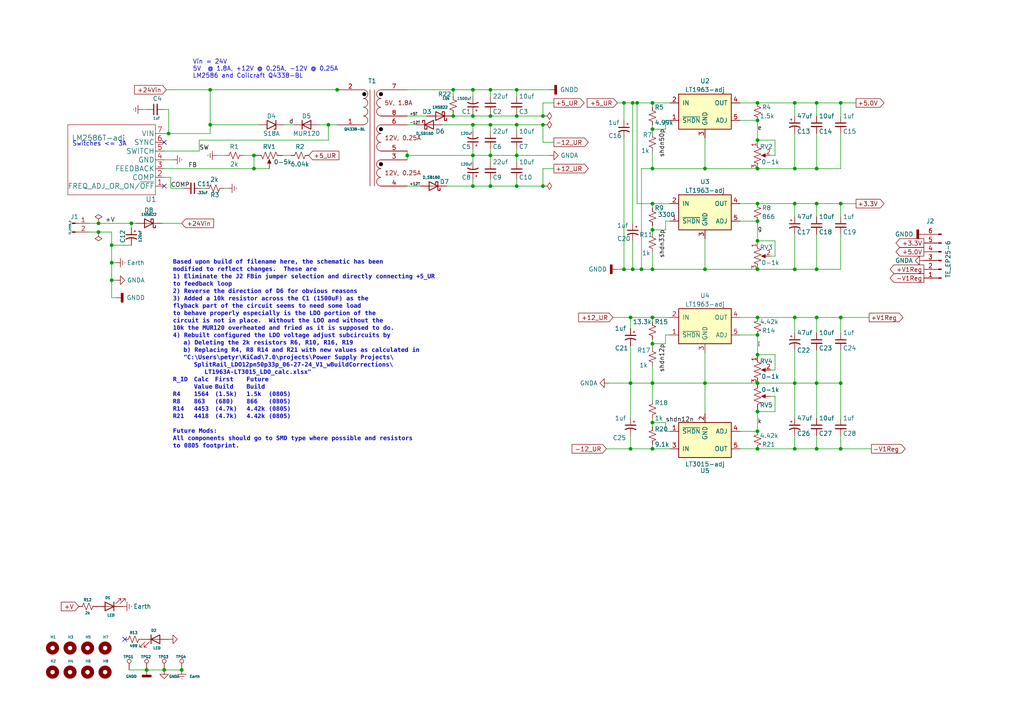
<source format=kicad_sch>
(kicad_sch (version 20230121) (generator eeschema)
  (paper "A4")
  (lib_symbols
    (symbol "Coilcraft:Q4338-BL-V2" (pin_names (offset 1.016) hide)
      (property "Reference" "T1" (at 0 12.7 0))
      (property "Value" "Q4338-BL" (at -6.35 -1.27 0))
      (symbol "Q4338-BL-V2_1_1"
        (text "12V, 0.25A" (at 8.89 -13.97 0) (effects (font (size 1.27 1.27))))
        (text "12V, 0.25A" (at 8.89 -3.81 0) (effects (font (size 1.27 1.27))))
        (text "5V, 1.8A" (at 7.62 6.35 0) (effects (font (size 1.27 1.27))))
        (pin passive line (at -10.16 0 0) (length 7.62) (name "IN-") (number "1"))
        (pin passive line (at -10.16 10.16 0) (length 7.62) (name "IN+") (number "2"))
        (pin passive line (at 10.16 -10.16 180) (length 7.62) (name "OUT2A") (number "3"))
        (pin passive line (at 10.16 -17.78 180) (length 7.62) (name "OUT2B") (number "4"))
        (pin passive line (at 10.16 -7.62 180) (length 7.62) (name "OUT2B") (number "5"))
        (pin passive line (at 10.16 0 180) (length 7.62) (name "OUT2A") (number "6"))
        (pin passive line (at 10.16 10.16 180) (length 7.62) (name "OUT1A") (number "7"))
        (pin passive line (at 10.16 2.54 180) (length 7.62) (name "OUT1B") (number "8"))
      )
    )
    (symbol "Connector:Conn_01x02_Pin" (pin_names (offset 1.016) hide)
      (property "Reference" "J" (at 0 2.54 0))
      (property "Value" "Conn_01x02_Pin" (at 0 -5.08 0))
      (symbol "Conn_01x02_Pin_1_1"
        (pin passive line (at 5.08 0 180) (length 3.81) (name "Pin_1") (number "1"))
        (pin passive line (at 5.08 -2.54 180) (length 3.81) (name "Pin_2") (number "2"))
      )
    )
    (symbol "Connector:Conn_01x06_Pin" (pin_names (offset 1.016) hide)
      (property "Reference" "J" (at 0 7.62 0))
      (property "Value" "Conn_01x06_Pin" (at 0 -10.16 0))
      (symbol "Conn_01x06_Pin_1_1"
        (pin passive line (at 5.08 5.08 180) (length 3.81) (name "Pin_1") (number "1"))
        (pin passive line (at 5.08 2.54 180) (length 3.81) (name "Pin_2") (number "2"))
        (pin passive line (at 5.08 0 180) (length 3.81) (name "Pin_3") (number "3"))
        (pin passive line (at 5.08 -2.54 180) (length 3.81) (name "Pin_4") (number "4"))
        (pin passive line (at 5.08 -5.08 180) (length 3.81) (name "Pin_5") (number "5"))
        (pin passive line (at 5.08 -7.62 180) (length 3.81) (name "Pin_6") (number "6"))
      )
    )
    (symbol "Device:C_Polarized_Small_US" (pin_numbers hide) (pin_names (offset 0.254) hide)
      (property "Reference" "C" (at 0.254 1.778 0))
      (property "Value" "C_Polarized_Small_US" (at 0.254 -2.032 0))
      (symbol "C_Polarized_Small_US_1_1"
        (pin passive line (at 0 2.54 270) (length 2.032) (name "~") (number "1"))
        (pin passive line (at 0 -2.54 90) (length 2.032) (name "~") (number "2"))
      )
    )
    (symbol "Device:C_Small" (pin_numbers hide) (pin_names (offset 0.254) hide)
      (property "Reference" "C" (at 0.254 1.778 0))
      (property "Value" "C_Small" (at 0.254 -2.032 0))
      (symbol "C_Small_1_1"
        (pin passive line (at 0 2.54 270) (length 2.032) (name "~") (number "1"))
        (pin passive line (at 0 -2.54 90) (length 2.032) (name "~") (number "2"))
      )
    )
    (symbol "Device:D" (pin_numbers hide) (pin_names (offset 1.016) hide)
      (property "Reference" "D" (at 0 2.54 0))
      (property "Value" "D" (at 0 -2.54 0))
      (symbol "D_1_1"
        (pin passive line (at -3.81 0 0) (length 2.54) (name "K") (number "1"))
        (pin passive line (at 3.81 0 180) (length 2.54) (name "A") (number "2"))
      )
    )
    (symbol "Device:D_Schottky" (pin_numbers hide) (pin_names (offset 1.016) hide)
      (property "Reference" "D" (at 0 2.54 0))
      (property "Value" "D_Schottky" (at 0 -2.54 0))
      (symbol "D_Schottky_1_1"
        (pin passive line (at -3.81 0 0) (length 2.54) (name "K") (number "1"))
        (pin passive line (at 3.81 0 180) (length 2.54) (name "A") (number "2"))
      )
    )
    (symbol "Device:LED" (pin_numbers hide) (pin_names (offset 1.016) hide)
      (property "Reference" "D" (at 0 2.54 0))
      (property "Value" "LED" (at 0 -2.54 0))
      (symbol "LED_1_1"
        (pin passive line (at -3.81 0 0) (length 2.54) (name "K") (number "1"))
        (pin passive line (at 3.81 0 180) (length 2.54) (name "A") (number "2"))
      )
    )
    (symbol "Device:R" (pin_numbers hide) (pin_names (offset 0))
      (property "Reference" "R" (at 2.032 0 90))
      (property "Value" "R" (at 0 0 90))
      (symbol "R_1_1"
        (pin passive line (at 0 3.81 270) (length 1.27) (name "~") (number "1"))
        (pin passive line (at 0 -3.81 90) (length 1.27) (name "~") (number "2"))
      )
    )
    (symbol "Device:R_Potentiometer_US" (pin_names (offset 1.016) hide)
      (property "Reference" "RV" (at -4.445 0 90))
      (property "Value" "R_Potentiometer_US" (at -2.54 0 90))
      (symbol "R_Potentiometer_US_1_1"
        (pin passive line (at 0 3.81 270) (length 1.27) (name "1") (number "1"))
        (pin passive line (at 3.81 0 180) (length 1.27) (name "2") (number "2"))
        (pin passive line (at 0 -3.81 90) (length 1.27) (name "3") (number "3"))
      )
    )
    (symbol "Device:R_Small_US" (pin_numbers hide) (pin_names (offset 0.254) hide)
      (property "Reference" "R" (at 0.762 0.508 0))
      (property "Value" "R_Small_US" (at 0.762 -1.016 0))
      (symbol "R_Small_US_1_1"
        (pin passive line (at 0 2.54 270) (length 1.016) (name "~") (number "1"))
        (pin passive line (at 0 -2.54 90) (length 1.016) (name "~") (number "2"))
      )
    )
    (symbol "Diode:1.5KExxA" (pin_numbers hide) (pin_names (offset 1.016) hide)
      (property "Reference" "D" (at 0 2.54 0))
      (property "Value" "1.5KExxA" (at 0 -2.54 0))
      (symbol "1.5KExxA_1_1"
        (pin passive line (at -3.81 0 0) (length 2.54) (name "A1") (number "1"))
        (pin passive line (at 3.81 0 180) (length 2.54) (name "A2") (number "2"))
      )
    )
    (symbol "GNDA_1" (power) (pin_names (offset 0))
      (property "Value" "GNDA_1" (at 0 -3.81 0))
      (symbol "GNDA_1_1_1"
        (pin power_in line (at 0 0 270) (length 0) hide (name "GNDA") (number "1"))
      )
    )
    (symbol "LDO_PosNeg_Reg:LT1963-adj" (pin_names (offset 1.016))
      (property "Reference" "U2" (at 0 6.35 0))
      (property "Value" "LT1963-adj" (at 0 3.81 0))
      (symbol "LT1963-adj_1_1"
        (pin input line (at -10.16 -5.08 0) (length 2.54) (name "~{SHDN}") (number "1"))
        (pin power_in line (at -10.16 0 0) (length 2.54) (name "IN") (number "2"))
        (pin power_in line (at 0 -10.16 90) (length 2.54) (name "GND") (number "3"))
        (pin power_out line (at 10.16 0 180) (length 2.54) (name "OUT") (number "4"))
        (pin input line (at 10.16 -5.08 180) (length 2.54) (name "ADJ") (number "5"))
      )
    )
    (symbol "LDO_PosNeg_Reg:LT3015-adj" (pin_names (offset 1.016))
      (property "Reference" "U5" (at 0 -6.985 0))
      (property "Value" "LT3015-adj" (at 0 -4.445 0))
      (symbol "LT3015-adj_1_1"
        (pin input line (at -10.16 -5.08 0) (length 2.54) (name "~{SHDN}") (number "1"))
        (pin power_in line (at 0 -10.16 90) (length 2.54) (name "GND") (number "2"))
        (pin power_in line (at -10.16 0 0) (length 2.54) (name "IN") (number "3"))
        (pin input line (at 10.16 -5.08 180) (length 2.54) (name "ADJ") (number "4"))
        (pin power_out line (at 10.16 0 180) (length 2.54) (name "OUT") (number "5"))
      )
    )
    (symbol "LM2586T-3.3_1" (pin_names (offset 0.254))
      (property "Reference" "U2" (at -15.24 10.16 0))
      (property "Value" "LM2586T-3.3" (at 0 -7.62 0))
      (symbol "LM2586T-3.3_1_1_1"
        (pin passive line (at -19.05 6.35 0) (length 2.54) (name "FREQ_ADJ_OR_ON/~{OFF}") (number "1"))
        (pin passive line (at -19.05 3.81 0) (length 2.54) (name "COMP") (number "2"))
        (pin passive line (at -19.05 1.27 0) (length 2.54) (name "FEEDBACK") (number "3"))
        (pin passive line (at -19.05 -1.27 0) (length 2.54) (name "GND") (number "4"))
        (pin output line (at -19.05 -3.81 0) (length 2.54) (name "SWITCH") (number "5"))
        (pin passive line (at -19.05 -6.35 0) (length 2.54) (name "SYNC") (number "6"))
        (pin input line (at -19.05 -8.89 0) (length 2.54) (name "VIN") (number "7"))
      )
    )
    (symbol "LT1963-adj_1" (pin_names (offset 1.016))
      (property "Reference" "U3" (at 0 6.35 0))
      (property "Value" "LT1963-adj" (at 0 3.81 0))
      (symbol "LT1963-adj_1_1_1"
        (pin input line (at -10.16 -5.08 0) (length 2.54) (name "~{SHDN}") (number "1"))
        (pin power_in line (at -10.16 0 0) (length 2.54) (name "IN") (number "2"))
        (pin power_in line (at 0 -10.16 90) (length 2.54) (name "GND") (number "3"))
        (pin power_out line (at 10.16 0 180) (length 2.54) (name "OUT") (number "4"))
        (pin input line (at 10.16 -5.08 180) (length 2.54) (name "ADJ") (number "5"))
      )
    )
    (symbol "LT1963-adj_2" (pin_names (offset 1.016))
      (property "Reference" "U4" (at 0 6.35 0))
      (property "Value" "LT1963-adj" (at 0 3.81 0))
      (symbol "LT1963-adj_2_1_1"
        (pin input line (at -10.16 -5.08 0) (length 2.54) (name "~{SHDN}") (number "1"))
        (pin power_in line (at -10.16 0 0) (length 2.54) (name "IN") (number "2"))
        (pin power_in line (at 0 -10.16 90) (length 2.54) (name "GND") (number "3"))
        (pin power_out line (at 10.16 0 180) (length 2.54) (name "OUT") (number "4"))
        (pin input line (at 10.16 -5.08 180) (length 2.54) (name "ADJ") (number "5"))
      )
    )
    (symbol "Mechanical:MountingHole" (pin_names (offset 1.016))
      (property "Reference" "H" (at 0 5.08 0))
      (property "Value" "MountingHole" (at 0 3.175 0))
    )
    (symbol "R_Potentiometer_US_1" (pin_numbers hide) (pin_names (offset 1.016) hide)
      (property "Reference" "RV" (at -4.445 0 90))
      (property "Value" "R_Potentiometer_US" (at -2.54 0 90))
      (symbol "R_Potentiometer_US_1_1_1"
        (pin passive line (at 0 3.81 270) (length 1.27) (name "1") (number "1"))
        (pin passive line (at 3.81 0 180) (length 1.27) (name "2") (number "2"))
        (pin passive line (at 0 -3.81 90) (length 1.27) (name "3") (number "3"))
      )
    )
    (symbol "R_Potentiometer_US_2" (pin_numbers hide) (pin_names (offset 1.016) hide)
      (property "Reference" "RV" (at -4.445 0 90))
      (property "Value" "R_Potentiometer_US" (at -2.54 0 90))
      (symbol "R_Potentiometer_US_2_1_1"
        (pin passive line (at 0 3.81 270) (length 1.27) (name "1") (number "1"))
        (pin passive line (at 3.81 0 180) (length 1.27) (name "2") (number "2"))
        (pin passive line (at 0 -3.81 90) (length 1.27) (name "3") (number "3"))
      )
    )
    (symbol "dk_Test-Points:5001" (pin_numbers hide) (pin_names (offset 1.016) hide)
      (property "Reference" "TP" (at -1.27 1.27 0))
      (symbol "5001_1_1"
        (pin passive line (at 0 2.54 270) (length 1.905) (name "~") (number "1"))
      )
    )
    (symbol "power:Earth" (power) (pin_names (offset 0))
      (symbol "Earth_1_1"
        (pin power_in line (at 0 0 270) (length 0) hide (name "Earth") (number "1"))
      )
    )
    (symbol "power:GNDA" (power) (pin_names (offset 0))
      (property "Value" "GNDA" (at 0 -3.81 0))
      (symbol "GNDA_1_1"
        (pin power_in line (at 0 0 270) (length 0) hide (name "GNDA") (number "1"))
      )
    )
    (symbol "power:GNDD" (power) (pin_names (offset 0))
      (property "Value" "GNDD" (at 0 -3.175 0))
      (symbol "GNDD_1_1"
        (pin power_in line (at 0 0 270) (length 0) hide (name "GNDD") (number "1"))
      )
    )
    (symbol "power:PWR_FLAG" (power) (pin_numbers hide) (pin_names (offset 0) hide)
      (property "Value" "PWR_FLAG" (at 0 3.81 0))
      (symbol "PWR_FLAG_0_0"
        (pin power_out line (at 0 0 90) (length 0) (name "pwr") (number "1"))
      )
    )
  )
  (junction (at 73.66 48.895))
  (junction (at 204.47 48.895))
  (junction (at 204.47 78.105))
  (junction (at 189.23 78.105))
  (junction (at 142.24 33.655))
  (junction (at 32.385 81.28))
  (junction (at 157.48 53.975))
  (junction (at 219.71 64.135))
  (junction (at 52.705 194.31))
  (junction (at 230.505 111.125))
  (junction (at 183.515 78.105))
  (junction (at 137.16 33.655))
  (junction (at 186.055 78.105))
  (junction (at 219.71 29.845))
  (junction (at 189.23 59.055))
  (junction (at 204.47 111.125))
  (junction (at 137.16 53.975))
  (junction (at 219.71 59.055))
  (junction (at 118.11 45.085))
  (junction (at 149.86 53.975))
  (junction (at 243.84 59.055))
  (junction (at 149.86 45.085))
  (junction (at 219.71 111.125))
  (junction (at 189.23 48.895))
  (junction (at 48.895 38.735))
  (junction (at 230.505 78.105))
  (junction (at 28.575 64.77))
  (junction (at 219.71 40.64))
  (junction (at 183.515 29.845))
  (junction (at 243.84 29.845))
  (junction (at 149.86 36.195))
  (junction (at 47.625 194.31))
  (junction (at 219.71 92.075))
  (junction (at 236.855 48.895))
  (junction (at 182.88 92.075))
  (junction (at 236.855 59.055))
  (junction (at 97.79 26.035))
  (junction (at 184.785 29.845))
  (junction (at 32.385 71.12))
  (junction (at 38.1 64.77))
  (junction (at 137.16 26.035))
  (junction (at 180.975 29.845))
  (junction (at 219.71 69.85))
  (junction (at 219.71 78.105))
  (junction (at 236.855 130.175))
  (junction (at 243.84 130.175))
  (junction (at 219.71 130.175))
  (junction (at 189.23 66.675))
  (junction (at 230.505 130.175))
  (junction (at 219.71 125.095))
  (junction (at 180.975 78.105))
  (junction (at 230.505 48.895))
  (junction (at 230.505 29.845))
  (junction (at 219.71 34.925))
  (junction (at 189.23 92.075))
  (junction (at 131.445 33.655))
  (junction (at 142.24 36.195))
  (junction (at 182.88 111.125))
  (junction (at 32.385 76.2))
  (junction (at 142.24 53.975))
  (junction (at 189.23 111.125))
  (junction (at 230.505 92.075))
  (junction (at 189.23 122.555))
  (junction (at 137.16 36.195))
  (junction (at 95.25 36.195))
  (junction (at 142.24 26.035))
  (junction (at 189.23 130.175))
  (junction (at 219.71 119.38))
  (junction (at 42.545 194.31))
  (junction (at 142.24 45.085))
  (junction (at 149.86 26.035))
  (junction (at 189.23 29.845))
  (junction (at 219.71 102.87))
  (junction (at 236.855 29.845))
  (junction (at 189.23 99.695))
  (junction (at 236.855 111.125))
  (junction (at 219.71 97.155))
  (junction (at 149.86 33.655))
  (junction (at 157.48 33.655))
  (junction (at 60.96 36.195))
  (junction (at 243.84 92.075))
  (junction (at 157.48 36.195))
  (junction (at 73.66 45.085))
  (junction (at 243.84 111.125))
  (junction (at 182.88 130.175))
  (junction (at 28.575 67.31))
  (junction (at 219.71 48.895))
  (junction (at 236.855 78.105))
  (junction (at 131.445 26.035))
  (junction (at 137.16 45.085))
  (junction (at 236.855 92.075))
  (junction (at 60.96 26.035))
  (junction (at 189.23 37.465))
  (junction (at 230.505 59.055))
  (no_connect (at 47.625 41.275))
  (no_connect (at 47.625 53.975))
  (no_connect (at 36.195 185.42))
  (wire (pts (xy 142.24 36.195) (xy 142.24 38.1)))
  (wire (pts (xy 157.48 33.655) (xy 157.48 29.845)))
  (wire (pts (xy 189.23 99.695) (xy 193.04 99.695)))
  (wire (pts (xy 47.625 43.815) (xy 57.785 43.815)))
  (wire (pts (xy 214.63 64.135) (xy 219.71 64.135)))
  (wire (pts (xy 219.71 59.055) (xy 230.505 59.055)))
  (wire (pts (xy 189.23 29.845) (xy 189.23 31.115)))
  (wire (pts (xy 184.785 59.055) (xy 184.785 29.845)))
  (wire (pts (xy 62.865 45.085) (xy 65.405 45.085)))
  (wire (pts (xy 186.055 48.895) (xy 189.23 48.895)))
  (wire (pts (xy 189.23 111.125) (xy 204.47 111.125)))
  (wire (pts (xy 180.975 40.005) (xy 180.975 78.105)))
  (wire (pts (xy 224.79 107.315) (xy 224.79 102.87)))
  (wire (pts (xy 186.055 78.105) (xy 189.23 78.105)))
  (wire (pts (xy 236.855 92.075) (xy 243.84 92.075)))
  (wire (pts (xy 149.86 52.07) (xy 149.86 53.975)))
  (wire (pts (xy 223.52 114.935) (xy 224.79 114.935)))
  (wire (pts (xy 243.84 92.075) (xy 243.84 96.52)))
  (wire (pts (xy 230.505 126.365) (xy 230.505 130.175)))
  (wire (pts (xy 243.84 29.845) (xy 243.84 33.655)))
  (wire (pts (xy 50.165 46.355) (xy 47.625 46.355)))
  (wire (pts (xy 118.11 43.815) (xy 118.11 45.085)))
  (wire (pts (xy 142.24 33.02) (xy 142.24 33.655)))
  (wire (pts (xy 81.915 45.085) (xy 84.455 45.085)))
  (wire (pts (xy 137.16 38.1) (xy 137.16 36.195)))
  (wire (pts (xy 137.16 33.655) (xy 142.24 33.655)))
  (wire (pts (xy 230.505 130.175) (xy 236.855 130.175)))
  (wire (pts (xy 41.275 31.75) (xy 42.545 31.75)))
  (wire (pts (xy 182.88 126.365) (xy 182.88 130.175)))
  (wire (pts (xy 149.86 36.195) (xy 157.48 36.195)))
  (wire (pts (xy 219.71 34.925) (xy 219.71 40.64)))
  (wire (pts (xy 73.66 48.895) (xy 73.66 45.085)))
  (wire (pts (xy 219.71 29.845) (xy 230.505 29.845)))
  (wire (pts (xy 183.515 29.845) (xy 184.785 29.845)))
  (wire (pts (xy 149.86 26.035) (xy 159.385 26.035)))
  (wire (pts (xy 74.295 45.085) (xy 73.66 45.085)))
  (wire (pts (xy 189.23 29.845) (xy 194.31 29.845)))
  (wire (pts (xy 219.71 119.38) (xy 219.71 125.095)))
  (wire (pts (xy 182.88 111.125) (xy 189.23 111.125)))
  (wire (pts (xy 157.48 36.195) (xy 157.48 41.275)))
  (wire (pts (xy 182.88 92.075) (xy 189.23 92.075)))
  (wire (pts (xy 26.035 67.31) (xy 28.575 67.31)))
  (wire (pts (xy 142.24 43.18) (xy 142.24 45.085)))
  (wire (pts (xy 243.84 59.055) (xy 248.285 59.055)))
  (wire (pts (xy 32.385 76.2) (xy 33.655 76.2)))
  (wire (pts (xy 230.505 59.055) (xy 236.855 59.055)))
  (wire (pts (xy 128.27 36.195) (xy 137.16 36.195)))
  (wire (pts (xy 97.79 26.035) (xy 98.425 26.035)))
  (wire (pts (xy 219.71 69.85) (xy 224.79 69.85)))
  (wire (pts (xy 49.53 54.61) (xy 53.34 54.61)))
  (wire (pts (xy 73.66 45.085) (xy 70.485 45.085)))
  (wire (pts (xy 60.96 26.035) (xy 60.96 36.195)))
  (wire (pts (xy 189.23 59.055) (xy 184.785 59.055)))
  (wire (pts (xy 230.505 111.125) (xy 230.505 121.285)))
  (wire (pts (xy 32.385 86.36) (xy 33.655 86.36)))
  (wire (pts (xy 48.895 31.75) (xy 47.625 31.75)))
  (wire (pts (xy 26.035 64.77) (xy 28.575 64.77)))
  (wire (pts (xy 219.71 92.075) (xy 230.505 92.075)))
  (wire (pts (xy 38.1 64.77) (xy 39.37 64.77)))
  (wire (pts (xy 189.23 48.895) (xy 204.47 48.895)))
  (wire (pts (xy 137.16 52.07) (xy 137.16 53.975)))
  (wire (pts (xy 214.63 130.175) (xy 219.71 130.175)))
  (wire (pts (xy 189.23 116.205) (xy 189.23 111.125)))
  (wire (pts (xy 194.31 97.155) (xy 193.04 97.155)))
  (wire (pts (xy 95.25 40.64) (xy 57.785 40.64)))
  (wire (pts (xy 157.48 53.975) (xy 157.48 48.895)))
  (wire (pts (xy 236.855 48.895) (xy 243.84 48.895)))
  (wire (pts (xy 189.23 122.555) (xy 189.23 121.285)))
  (wire (pts (xy 194.31 125.095) (xy 193.04 125.095)))
  (wire (pts (xy 189.23 98.425) (xy 189.23 99.695)))
  (wire (pts (xy 82.55 36.195) (xy 85.09 36.195)))
  (wire (pts (xy 236.855 111.125) (xy 243.84 111.125)))
  (wire (pts (xy 214.63 59.055) (xy 219.71 59.055)))
  (wire (pts (xy 142.24 53.975) (xy 149.86 53.975)))
  (wire (pts (xy 214.63 29.845) (xy 219.71 29.845)))
  (wire (pts (xy 219.71 118.745) (xy 219.71 119.38)))
  (wire (pts (xy 219.71 78.105) (xy 230.505 78.105)))
  (wire (pts (xy 59.69 54.61) (xy 58.42 54.61)))
  (wire (pts (xy 47.625 38.735) (xy 48.895 38.735)))
  (wire (pts (xy 189.23 65.405) (xy 189.23 66.675)))
  (wire (pts (xy 131.445 33.02) (xy 131.445 33.655)))
  (wire (pts (xy 243.84 59.055) (xy 243.84 62.865)))
  (wire (pts (xy 60.96 36.195) (xy 60.96 38.735)))
  (wire (pts (xy 149.86 53.975) (xy 157.48 53.975)))
  (wire (pts (xy 189.23 43.815) (xy 189.23 48.895)))
  (wire (pts (xy 95.25 36.195) (xy 97.79 36.195)))
  (wire (pts (xy 157.48 29.845) (xy 160.655 29.845)))
  (wire (pts (xy 60.96 26.035) (xy 97.79 26.035)))
  (wire (pts (xy 193.04 125.095) (xy 193.04 122.555)))
  (wire (pts (xy 32.385 81.28) (xy 33.655 81.28)))
  (wire (pts (xy 223.52 74.295) (xy 224.79 74.295)))
  (wire (pts (xy 49.53 51.435) (xy 49.53 54.61)))
  (wire (pts (xy 243.84 126.365) (xy 243.84 130.175)))
  (wire (pts (xy 49.53 51.435) (xy 47.625 51.435)))
  (wire (pts (xy 224.79 74.295) (xy 224.79 69.85)))
  (wire (pts (xy 179.07 78.105) (xy 180.975 78.105)))
  (wire (pts (xy 182.88 130.175) (xy 189.23 130.175)))
  (wire (pts (xy 57.785 40.64) (xy 57.785 43.815)))
  (wire (pts (xy 219.71 97.155) (xy 219.71 102.87)))
  (wire (pts (xy 189.23 66.675) (xy 189.23 67.945)))
  (wire (pts (xy 73.66 48.895) (xy 47.625 48.895)))
  (wire (pts (xy 236.855 29.845) (xy 243.84 29.845)))
  (wire (pts (xy 189.23 36.195) (xy 189.23 37.465)))
  (wire (pts (xy 189.23 59.055) (xy 194.31 59.055)))
  (wire (pts (xy 236.855 59.055) (xy 236.855 62.865)))
  (wire (pts (xy 204.47 102.235) (xy 204.47 111.125)))
  (wire (pts (xy 230.505 67.945) (xy 230.505 78.105)))
  (wire (pts (xy 32.385 81.28) (xy 32.385 86.36)))
  (wire (pts (xy 149.86 36.195) (xy 149.86 38.1)))
  (wire (pts (xy 230.505 48.895) (xy 236.855 48.895)))
  (wire (pts (xy 189.23 92.075) (xy 194.31 92.075)))
  (wire (pts (xy 189.23 37.465) (xy 189.23 38.735)))
  (wire (pts (xy 137.16 45.085) (xy 142.24 45.085)))
  (wire (pts (xy 32.385 81.28) (xy 32.385 76.2)))
  (wire (pts (xy 131.445 33.655) (xy 137.16 33.655)))
  (wire (pts (xy 189.23 78.105) (xy 204.47 78.105)))
  (wire (pts (xy 230.505 101.6) (xy 230.505 111.125)))
  (wire (pts (xy 204.47 78.105) (xy 219.71 78.105)))
  (wire (pts (xy 28.575 67.31) (xy 32.385 67.31)))
  (wire (pts (xy 137.16 36.195) (xy 142.24 36.195)))
  (wire (pts (xy 193.04 34.925) (xy 193.04 37.465)))
  (wire (pts (xy 189.23 128.905) (xy 189.23 130.175)))
  (wire (pts (xy 182.88 111.125) (xy 182.88 121.285)))
  (wire (pts (xy 236.855 67.945) (xy 236.855 78.105)))
  (wire (pts (xy 180.975 29.845) (xy 180.975 34.925)))
  (wire (pts (xy 236.855 126.365) (xy 236.855 130.175)))
  (wire (pts (xy 180.975 78.105) (xy 183.515 78.105)))
  (wire (pts (xy 60.96 36.195) (xy 74.93 36.195)))
  (wire (pts (xy 236.855 111.125) (xy 236.855 121.285)))
  (wire (pts (xy 189.23 122.555) (xy 193.04 122.555)))
  (wire (pts (xy 118.11 26.035) (xy 131.445 26.035)))
  (wire (pts (xy 189.23 130.175) (xy 194.31 130.175)))
  (wire (pts (xy 189.23 99.695) (xy 189.23 100.965)))
  (wire (pts (xy 189.23 66.675) (xy 193.04 66.675)))
  (wire (pts (xy 243.84 92.075) (xy 252.095 92.075)))
  (wire (pts (xy 176.53 111.125) (xy 182.88 111.125)))
  (wire (pts (xy 129.54 53.975) (xy 137.16 53.975)))
  (wire (pts (xy 137.16 26.035) (xy 137.16 27.94)))
  (wire (pts (xy 142.24 46.99) (xy 142.24 45.085)))
  (wire (pts (xy 243.84 130.175) (xy 252.73 130.175)))
  (wire (pts (xy 189.23 59.055) (xy 189.23 60.325)))
  (wire (pts (xy 131.445 26.035) (xy 137.16 26.035)))
  (wire (pts (xy 236.855 29.845) (xy 236.855 33.655)))
  (wire (pts (xy 236.855 59.055) (xy 243.84 59.055)))
  (wire (pts (xy 204.47 69.215) (xy 204.47 78.105)))
  (wire (pts (xy 219.71 48.895) (xy 230.505 48.895)))
  (wire (pts (xy 236.855 38.735) (xy 236.855 48.895)))
  (wire (pts (xy 28.575 64.77) (xy 38.1 64.77)))
  (wire (pts (xy 183.515 69.85) (xy 183.515 78.105)))
  (wire (pts (xy 243.84 67.945) (xy 243.84 78.105)))
  (wire (pts (xy 236.855 78.105) (xy 243.84 78.105)))
  (wire (pts (xy 223.52 107.315) (xy 224.79 107.315)))
  (wire (pts (xy 214.63 92.075) (xy 219.71 92.075)))
  (wire (pts (xy 183.515 78.105) (xy 186.055 78.105)))
  (wire (pts (xy 149.86 33.655) (xy 157.48 33.655)))
  (wire (pts (xy 149.86 26.035) (xy 149.86 27.94)))
  (wire (pts (xy 37.465 194.31) (xy 42.545 194.31)))
  (wire (pts (xy 175.895 130.175) (xy 182.88 130.175)))
  (wire (pts (xy 236.855 101.6) (xy 236.855 111.125)))
  (wire (pts (xy 38.1 64.77) (xy 38.1 66.04)))
  (wire (pts (xy 137.16 43.18) (xy 137.16 45.085)))
  (wire (pts (xy 157.48 48.895) (xy 160.655 48.895)))
  (wire (pts (xy 219.71 40.64) (xy 219.71 41.275)))
  (wire (pts (xy 214.63 125.095) (xy 219.71 125.095)))
  (wire (pts (xy 223.52 45.085) (xy 224.79 45.085)))
  (wire (pts (xy 243.84 38.735) (xy 243.84 48.895)))
  (wire (pts (xy 214.63 34.925) (xy 219.71 34.925)))
  (wire (pts (xy 219.71 40.64) (xy 224.79 40.64)))
  (wire (pts (xy 219.71 111.125) (xy 230.505 111.125)))
  (wire (pts (xy 118.11 33.655) (xy 123.825 33.655)))
  (wire (pts (xy 142.24 26.035) (xy 149.86 26.035)))
  (wire (pts (xy 204.47 111.125) (xy 204.47 120.015)))
  (wire (pts (xy 193.04 64.135) (xy 193.04 66.675)))
  (wire (pts (xy 243.84 29.845) (xy 248.285 29.845)))
  (wire (pts (xy 219.71 130.175) (xy 230.505 130.175)))
  (wire (pts (xy 219.71 64.135) (xy 219.71 69.85)))
  (wire (pts (xy 38.1 71.12) (xy 32.385 71.12)))
  (wire (pts (xy 42.545 194.31) (xy 47.625 194.31)))
  (wire (pts (xy 219.71 69.85) (xy 219.71 70.485)))
  (wire (pts (xy 230.505 29.845) (xy 230.505 33.655)))
  (wire (pts (xy 66.04 54.61) (xy 64.77 54.61)))
  (wire (pts (xy 204.47 40.005) (xy 204.47 48.895)))
  (wire (pts (xy 46.99 64.77) (xy 52.705 64.77)))
  (wire (pts (xy 149.86 43.18) (xy 149.86 45.085)))
  (wire (pts (xy 193.04 97.155) (xy 193.04 99.695)))
  (wire (pts (xy 214.63 97.155) (xy 219.71 97.155)))
  (wire (pts (xy 243.84 111.125) (xy 243.84 121.285)))
  (wire (pts (xy 95.25 36.195) (xy 95.25 40.64)))
  (wire (pts (xy 180.975 29.845) (xy 183.515 29.845)))
  (wire (pts (xy 149.86 45.085) (xy 159.385 45.085)))
  (wire (pts (xy 118.11 36.195) (xy 120.65 36.195)))
  (wire (pts (xy 224.79 45.085) (xy 224.79 40.64)))
  (wire (pts (xy 142.24 33.655) (xy 149.86 33.655)))
  (wire (pts (xy 184.785 29.845) (xy 189.23 29.845)))
  (wire (pts (xy 204.47 111.125) (xy 219.71 111.125)))
  (wire (pts (xy 32.385 71.12) (xy 32.385 76.2)))
  (wire (pts (xy 186.055 78.105) (xy 186.055 48.895)))
  (wire (pts (xy 230.505 111.125) (xy 236.855 111.125)))
  (wire (pts (xy 189.23 123.825) (xy 189.23 122.555)))
  (wire (pts (xy 230.505 38.735) (xy 230.505 48.895)))
  (wire (pts (xy 137.16 53.975) (xy 142.24 53.975)))
  (wire (pts (xy 177.8 92.075) (xy 182.88 92.075)))
  (wire (pts (xy 118.11 45.085) (xy 137.16 45.085)))
  (wire (pts (xy 189.23 106.045) (xy 189.23 111.125)))
  (wire (pts (xy 48.895 31.75) (xy 48.895 38.735)))
  (wire (pts (xy 194.31 64.135) (xy 193.04 64.135)))
  (wire (pts (xy 230.505 29.845) (xy 236.855 29.845)))
  (wire (pts (xy 189.23 37.465) (xy 193.04 37.465)))
  (wire (pts (xy 189.23 92.075) (xy 189.23 93.345)))
  (wire (pts (xy 219.71 102.87) (xy 219.71 103.505)))
  (wire (pts (xy 230.505 92.075) (xy 236.855 92.075)))
  (wire (pts (xy 142.24 45.085) (xy 149.86 45.085)))
  (wire (pts (xy 118.11 45.085) (xy 118.11 46.355)))
  (wire (pts (xy 118.11 53.975) (xy 121.92 53.975)))
  (wire (pts (xy 189.23 73.025) (xy 189.23 78.105)))
  (wire (pts (xy 224.79 114.935) (xy 224.79 119.38)))
  (wire (pts (xy 230.505 96.52) (xy 230.505 92.075)))
  (wire (pts (xy 230.505 78.105) (xy 236.855 78.105)))
  (wire (pts (xy 78.105 48.895) (xy 73.66 48.895)))
  (wire (pts (xy 48.26 26.035) (xy 60.96 26.035)))
  (wire (pts (xy 149.86 45.085) (xy 149.86 46.99)))
  (wire (pts (xy 60.96 38.735) (xy 48.895 38.735)))
  (wire (pts (xy 137.16 45.085) (xy 137.16 46.99)))
  (wire (pts (xy 142.24 52.07) (xy 142.24 53.975)))
  (wire (pts (xy 236.855 130.175) (xy 243.84 130.175)))
  (wire (pts (xy 131.445 26.035) (xy 131.445 27.94)))
  (wire (pts (xy 149.86 33.02) (xy 149.86 33.655)))
  (wire (pts (xy 137.16 33.02) (xy 137.16 33.655)))
  (wire (pts (xy 243.84 101.6) (xy 243.84 111.125)))
  (wire (pts (xy 194.31 34.925) (xy 193.04 34.925)))
  (wire (pts (xy 47.625 194.31) (xy 52.705 194.31)))
  (wire (pts (xy 137.16 26.035) (xy 142.24 26.035)))
  (wire (pts (xy 236.855 92.075) (xy 236.855 96.52)))
  (wire (pts (xy 182.88 100.33) (xy 182.88 111.125)))
  (wire (pts (xy 204.47 48.895) (xy 219.71 48.895)))
  (wire (pts (xy 157.48 41.275) (xy 160.655 41.275)))
  (wire (pts (xy 183.515 64.77) (xy 183.515 29.845)))
  (wire (pts (xy 230.505 59.055) (xy 230.505 62.865)))
  (wire (pts (xy 142.24 26.035) (xy 142.24 27.94)))
  (wire (pts (xy 219.71 119.38) (xy 224.79 119.38)))
  (wire (pts (xy 32.385 67.31) (xy 32.385 71.12)))
  (wire (pts (xy 219.71 102.87) (xy 224.79 102.87)))
  (wire (pts (xy 92.71 36.195) (xy 95.25 36.195)))
  (wire (pts (xy 142.24 36.195) (xy 149.86 36.195)))
  (wire (pts (xy 182.88 92.075) (xy 182.88 95.25)))
  (wire (pts (xy 179.07 29.845) (xy 180.975 29.845)))
  (text "VOUT =VADJ*(1+ R2/R1) + IADJ*R2\nVADJ =1.21V\nIADJ =3µA AT 25°C\nOUTPUT RANGE = 1.21V TO 20V\nR2 fixed, R1 potentiometer\n\nVOUT = VADJ*(1+ R2/R1) + IADJ*R2\nVOUT - VADJ - IADJ*R2 = VADJ*R2/R1\nR1 = VADJ*R2/(VOUT - VADJ - IADJ*R2)" (at 650.24 46.99 0) (effects (font (size 1.27 1.27)) (justify left bottom)))
  (text "SMT-SMD caps\nMuRata - Prefered Brand\nGCM-X7R \n8x10.5 footprint has big tabs and is comm" (at 650.875 204.47 0) (effects (font (size 1.27 1.27)) (justify left bottom)))
  (text "LT1963-adj						\nR2		R1	Vout	Vadj	Iadj		R2v=1K/2	R2f\n500		160	5		1.21	3.00E-06	0			500\n1000	320	5		1.21	3.00E-06	500			500\n1500	479	5		1.21	3.00E-06	1000		500\n						\nR2		R1	Vout	Vadj	Iadj		R2v=1K/2	R2f\n500		290	3.3		1.21	3.00E-06	0			500\n1000	580	3.3		1.21	3.00E-06	500			500\n1500	870	3.3		1.21	3.00E-06	1000		500\n" (at 650.875 20.955 0) (effects (font (size 1.27 1.27)) (justify left bottom)))
  (text "VOUT = VADJ*(1+ R2/R1)+ IADJ*R2\nVADJ = -1.22V\nIADJ = 30nA AT 25°C\nOUTPUT RANGE = -1.22 TO - 29.5V\nR2 fixed, R1 potentiometer\n\nVOUT = VADJ*(1+ R2/R1) + IADJ*R2\nVOUT - VADJ - IADJ*R2 = VADJ*R2/R1\nR1 = VADJ*R2/(VOUT - VADJ - IADJ*R2)" (at 655.32 138.43 0) (effects (font (size 1.27 1.27)) (justify left bottom)))
  (text "VOUT =VADJ*(1+ R2/R1) + IADJ*R2\nVADJ =1.21V\nIADJ =3µA AT 25°C\nOUTPUT RANGE = 1.21V TO 20V\nR2 fixed, R1 potentiometer\n\nVOUT = VADJ*(1+ R2/R1) + IADJ*R2\nVOUT - VADJ - IADJ*R2 = VADJ*R2/R1\nR1 = VADJ*R2/(VOUT - VADJ - IADJ*R2)" (at 654.05 109.22 0) (effects (font (size 1.27 1.27)) (justify left bottom)))
  (text "\"C:\\Users\\petyr\\KiCad\\7.0\\projects\\Power Supply Projects\\VoltRegCalc.xlsx\"\n" (at 652.78 170.18 0) (effects (font (size 1.27 1.27)) (justify left bottom)))
  (text "LT1963\nR2		R1	Vout	Vadj	Iadj		R2v=1K/2	R2f\n2000	224	12		1.21	3.00E-06	0			2000\n2500	281	12		1.21	3.00E-06	500			2000\n3000	337	12		1.21	3.00E-06	1000		2000\n\nLT3015\nR2		R1	Vout	Vadj	Iadj		R2v=1K/2	R2f						\n2000	226	-12		-1.22	3.00E-08	0			2000\n2500	283	-12		-1.22	3.00E-08	500			2000\n3000	340	-12		-1.22	3.00E-08	1000		2000\n" (at 651.51 80.01 0) (effects (font (size 1.27 1.27)) (justify left bottom)))
  (text "Switches <= 3A" (at 20.955 42.545 0) (effects (font (size 1.27 1.27)) (justify left bottom)))
  (text "Based upon build of filename here, the schematic has been\nmodified to reflect changes.  These are\n1) Eliminate the J2 FBin jumper selection and directly connecting +5_UR\nto feedback loop\n2) Reverse the direction of D6 for obvious reasons\n3) Added a 10k resistor across the C1 (1500uF) as the \nflyback part of the circuit seems to need some load \nto behave properly especially is the LDO portion of the\ncircuit is not in place.  Without the LDO and without the\n10k the MUR120 overheated and fried as it is supposed to do.\n4) Rebuilt configured the LDO voltage adjust subcircuits by\n	a) Deleting the 2k resistors R6, R10, R16, R19\n	b) Replacing R4, R8 R14 and R21 with new values as calculated in\n	\"C:\\Users\\petyr\\KiCad\\7.0\\projects\\Power Supply Projects\\\n		SplitRail_LDO12pn50p33p_06-27-24_V1_wBuildCorrections\\\n			LT1963A-LT3015_LDO_calc.xlsx\"\nR_ID	Calc	First		Future\n		Value	Build		Build\nR4		1564 	(1.5k)	1.5k  (0805)\nR8		863 	(680)		866   (0805)\nR14	4453 	(4.7k)	4.42k (0805)\nR21	4418 	(4.7k)	4.42k (0805)\n\nFuture Mods:\nAll components should go to SMD type where possible and resistors\nto 0805 footprint.\n\n" (at 50.165 132.715 0) (effects (font (size 1.27 1.27) (thickness 0.254) bold) (justify left bottom)))
  (text "On Capacitors for LDOs\nhttps://www.ti.com/lit/an/snva167a/snva167a.pdf\n" (at 652.145 188.595 0) (effects (font (size 1.27 1.27)) (justify left bottom)))
  (text "Vin = 24V\n5V  @ 1.8A, +12V @ 0.25A, -12V @ 0.25A\nLM2586 and Coilcraft Q4338-BL" (at 55.88 22.86 0) (effects (font (size 1.27 1.27)) (justify left bottom)))
  (label "+5T" (at 118.745 33.655 0) (effects (font (size 0.762 0.762))))
  (label "SW" (at 57.785 43.815 0))
  (label "i" (at 219.71 100.965 0))
  (label "+V" (at 30.48 64.77 0))
  (label "e" (at 219.71 38.1 0))
  (label "FB" (at 54.61 48.895 0))
  (label "d" (at 83.82 36.195 0))
  (label "shdn33p" (at 193.04 66.548 270))
  (label "shdn50p" (at 193.04 37.338 270))
  (label "COMP" (at 49.53 54.61 0))
  (label "shdn12n" (at 193.04 122.682 0))
  (label "k" (at 219.71 123.19 0))
  (label "g" (at 219.71 67.31 0))
  (label "shdn12p" (at 193.04 99.695 270))
  (label "-12T" (at 118.745 36.195 0) (effects (font (size 0.762 0.762))))
  (label "+12T" (at 118.745 53.975 0) (effects (font (size 0.762 0.762))))
  (global_label "+V1Reg" (shape output) (at 267.97 78.105 180) (property "Intersheetrefs" "${INTERSHEET_REFS}" (effects hide)))
  (global_label "+12_UR" (shape output) (at 160.655 48.895 0) (property "Intersheetrefs" "${INTERSHEET_REFS}" (effects hide)))
  (global_label "+V1Reg" (shape output) (at 252.095 92.075 0) (property "Intersheetrefs" "${INTERSHEET_REFS}" (effects hide)))
  (global_label "+3.3V" (shape output) (at 248.285 59.055 0) (property "Intersheetrefs" "${INTERSHEET_REFS}" (effects hide)))
  (global_label "+5.0V" (shape output) (at 267.97 73.025 180) (property "Intersheetrefs" "${INTERSHEET_REFS}" (effects hide)))
  (global_label "+5_UR" (shape input) (at 179.07 29.845 180) (property "Intersheetrefs" "${INTERSHEET_REFS}" (effects hide)))
  (global_label "+5_UR" (shape output) (at 160.655 29.845 0) (property "Intersheetrefs" "${INTERSHEET_REFS}" (effects hide)))
  (global_label "+12_UR" (shape input) (at 177.8 92.075 180) (property "Intersheetrefs" "${INTERSHEET_REFS}" (effects hide)))
  (global_label "+V" (shape input) (at 22.86 175.895 180) (property "Intersheetrefs" "${INTERSHEET_REFS}" (effects hide)))
  (global_label "+3.3V" (shape output) (at 267.97 70.485 180) (property "Intersheetrefs" "${INTERSHEET_REFS}" (effects hide)))
  (global_label "-V1Reg" (shape output) (at 252.73 130.175 0) (property "Intersheetrefs" "${INTERSHEET_REFS}" (effects hide)))
  (global_label "-12_UR" (shape input) (at 175.895 130.175 180) (property "Intersheetrefs" "${INTERSHEET_REFS}" (effects hide)))
  (global_label "+5_UR" (shape input) (at 89.535 45.085 0) (property "Intersheetrefs" "${INTERSHEET_REFS}" (effects hide)))
  (global_label "+24Vin" (shape input) (at 48.26 26.035 180) (property "Intersheetrefs" "${INTERSHEET_REFS}" (effects hide)))
  (global_label "-12_UR" (shape output) (at 160.655 41.275 0) (property "Intersheetrefs" "${INTERSHEET_REFS}" (effects hide)))
  (global_label "+5.0V" (shape output) (at 248.285 29.845 0) (property "Intersheetrefs" "${INTERSHEET_REFS}" (effects hide)))
  (global_label "-V1Reg" (shape output) (at 267.97 80.645 180) (property "Intersheetrefs" "${INTERSHEET_REFS}" (effects hide)))
  (global_label "+24Vin" (shape input) (at 52.705 64.77 0) (property "Intersheetrefs" "${INTERSHEET_REFS}" (effects hide)))
  (symbol (lib_id "Device:R_Small_US") (at 219.71 61.595 0) (unit 1)
    (property "Reference" "R8" (at 220.98 60.325 0) (effects (justify left)))
    (property "Value" "866" (at 220.98 62.865 0) (effects (justify left)))
    (property "Footprint" "Resistor_SMD:R_0805_2012Metric" (effects hide))
    (property "Datasheet" "https://www.mouser.com/datasheet/2/447/PYu_RT_1_to_0_01_RoHS_L_12-3003070.pdf" (effects hide))
    (property "Description" "SMD 1/8W 866 ohm .1% 25ppm" (effects hide))
    (property "Manufacturer" "Yageo" (effects hide))
    (property "Mouser_PN" "603-RT0805BRD07866RL" (effects hide))
    (property "Status" "OKK" (effects hide))
  )
  (symbol (lib_id "Device:R_Small_US") (at 219.71 32.385 0) (unit 1)
    (property "Reference" "R4" (at 220.98 31.115 0) (effects (justify left)))
    (property "Value" "1.5k" (at 220.345 33.655 0) (effects (justify left)))
    (property "Footprint" "Resistor_SMD:R_0805_2012Metric" (effects hide))
    (property "Datasheet" "https://www.mouser.com/datasheet/2/447/PYu_RT_1_to_0_01_RoHS_L_12-3003070.pdf" (effects hide))
    (property "Description" "SMD 1.5K ohm 1% 50 ppm Thin Film" (effects hide))
    (property "Manufacturer" "Yageo" (effects hide))
    (property "Mouser_PN" "603-RT0805FRE101K5L" (effects hide))
    (property "Status" "OKK" (effects hide))
  )
  (symbol (lib_id "Connector:Conn_01x02_Pin") (at 20.955 64.77 0) (unit 1)
    (property "Reference" "J1" (at 21.59 62.865 0))
    (property "Value" "TE_EP25_2" (at 20.32 66.04 90) (effects (font (size 0.508 0.508))))
    (property "Footprint" "footprints:Conn_EP25_1744426-2" (effects hide))
    (property "Mouser_PN" "571-1744426-2" (effects hide))
    (property "Status" "InStock" (effects hide))
  )
  (symbol (lib_id "Device:C_Polarized_Small_US") (at 182.88 123.825 0) (mirror y) (unit 1)
    (property "Reference" "C25" (at 181.61 127 0) (effects (justify left)))
    (property "Value" "1uf" (at 181.61 121.285 0) (effects (justify left)))
    (property "Footprint" "Capacitor_Tantalum_SMD:CP_EIA-3216-18_Kemet-A_Pad1.58x1.35mm_HandSolder" (effects hide))
    (property "Datasheet" "https://www.mouser.com/datasheet/2/447/KEM_T2005_T491-3316937.pdf" (effects hide))
    (property "Description" "3216-18 10% ESR=7Ohms" (effects hide))
    (property "Manufacturer" "Kemet" (effects hide))
    (property "Mouser_PN" "80-T491A105K35AT7280" (effects hide))
    (property "Status" "OKK" (effects hide))
  )
  (symbol (lib_name "GNDA_1") (lib_id "power:GNDA") (at 159.385 45.085 90) (unit 1)
    (property "Reference" "#PWR014" (effects hide))
    (property "Value" "GNDA" (at 162.56 45.085 90) (effects (justify right)))
  )
  (symbol (lib_id "Device:LED") (at 45.085 185.42 0) (unit 1) (in_bom no) (on_board no)
    (property "Reference" "D2" (at 43.815 182.88 0) (effects (font (size 0.75 0.75)) (justify left)))
    (property "Value" "LED" (at 44.45 187.96 0) (effects (font (size 0.75 0.75)) (justify left)))
    (property "Footprint" "LED_SMD:LED_0805_2012Metric_Pad1.15x1.40mm_HandSolder" (effects hide))
    (property "Datasheet" "https://www.kingbrightusa.com/images/catalog/SPEC/APT2012LSECK-J3-PRV.pdf" (effects hide))
    (property "Description" "RED, ORANGE, YELLOW, BLUE, GREEN" (effects hide))
    (property "Status" "InStock" (effects hide))
    (property "Manufacturer" "Kingbridge" (effects hide))
    (property "Mouser_PN" "604-APT2012LSECKJ3RV, 604-APT2012LZGCK, 604-APT2012LVBCD, 604-APT2012LSECKJ4RV, 604-APT2012LSYCKJ3RV" (effects hide))
  )
  (symbol (lib_id "Device:D_Schottky") (at 124.46 36.195 0) (unit 1)
    (property "Reference" "D6" (at 127.635 38.1 0))
    (property "Value" "D_SB160" (at 123.19 38.735 0) (effects (font (size 0.762 0.762))))
    (property "Footprint" "Diode_THT:D_DO-41_SOD81_P7.62mm_Horizontal" (effects hide))
    (property "Datasheet" "https://www.vishay.com/doc?88715" (effects hide))
    (property "Description" "Schottky 60V 1A .7V" (effects hide))
    (property "Mouser_PN" "625-SB160-E3" (effects hide))
    (property "Manufacturer" "Vishay" (effects hide))
    (property "Status" "OKK" (effects hide))
  )
  (symbol (lib_id "Device:C_Polarized_Small_US") (at 137.16 49.53 180) (unit 1)
    (property "Reference" "C8" (at 135.255 51.435 0))
    (property "Value" "120uf" (at 135.255 47.625 0) (effects (font (size 0.762 0.762))))
    (property "Footprint" "footprints:CP_Elec_10x14.3_HandSolder" (effects hide))
    (property "Datasheet" "https://www.mouser.com/datasheet/2/315/Panasonic_9_21_2023_Capacitor_Hybrid_Anti_Vib__EEH-3316658.pdf" (effects hide))
    (property "Description" "AO-CAP 63VDC 120uf 12mOhms" (effects hide))
    (property "Mouser_PN" "667-EEH-ZU1J121UP" (effects hide))
    (property "Manufacturer" "Panasonic" (effects hide))
    (property "Status" "OKK" (effects hide))
  )
  (symbol (lib_id "Device:C_Small") (at 243.84 65.405 0) (unit 1)
    (property "Reference" "C19" (at 244.475 67.31 0) (effects (justify left)))
    (property "Value" "1uf" (at 244.475 62.865 0) (effects (justify left)))
    (property "Footprint" "Capacitor_SMD:C_1210_3225Metric_Pad1.33x2.70mm_HandSolder" (effects hide))
    (property "Datasheet" "https://www.mouser.com/datasheet/2/281/1/GRM32RR71H105KA01_01A-1988300.pdf" (effects hide))
    (property "Description" "50VDC 10% 1210 X7R C 9.18e-7 L 4.18e-10 R 6.88e-3" (effects hide))
    (property "Manufacturer" "Murata" (effects hide))
    (property "Mouser_PN" "81-GRM422X105K50K" (effects hide))
    (property "Status" "OKK" (effects hide))
  )
  (symbol (lib_id "power:GNDD") (at 179.07 78.105 270) (unit 1)
    (property "Reference" "#PWR017" (effects hide))
    (property "Value" "GNDD" (at 173.355 78.105 90))
  )
  (symbol (lib_id "LDO_PosNeg_Reg:LT3015-adj") (at 204.47 130.175 0) (mirror x) (unit 1)
    (property "Reference" "U5" (at 204.47 136.525 0))
    (property "Value" "LT3015-adj" (at 204.47 134.62 0))
    (property "Footprint" "Package_TO_SOT_THT:TO-220-5_P3.4x3.7mm_StaggerOdd_Lead3.8mm_Vertical" (effects hide))
    (property "Datasheet" "https://www.mouser.com/datasheet/2/609/3015fb-1271510.pdf" (effects hide))
    (property "Description" "Neg LDO" (effects hide))
    (property "Manufacturer" "Analog Devices" (effects hide))
    (property "Mouser_PN" "584-LT3015ET#PBF" (effects hide))
    (property "Status" "OKK" (effects hide))
  )
  (symbol (lib_id "Device:C_Small") (at 243.84 99.06 0) (unit 1)
    (property "Reference" "C24" (at 244.475 100.965 0) (effects (justify left)))
    (property "Value" "1uf" (at 244.475 96.52 0) (effects (justify left)))
    (property "Footprint" "Capacitor_SMD:C_1210_3225Metric_Pad1.33x2.70mm_HandSolder" (effects hide))
    (property "Datasheet" "https://www.mouser.com/datasheet/2/281/1/GRM32RR71H105KA01_01A-1988300.pdf" (effects hide))
    (property "Description" "50VDC 10% 1210 X7R C 9.18e-7 L 4.18e-10 R 6.88e-3" (effects hide))
    (property "Manufacturer" "Murata" (effects hide))
    (property "Mouser_PN" "81-GRM422X105K50K" (effects hide))
    (property "Status" "OKK" (effects hide))
  )
  (symbol (lib_id "Device:R_Small_US") (at 189.23 62.865 0) (unit 1)
    (property "Reference" "R9" (at 189.865 60.325 0) (effects (justify left)))
    (property "Value" "3300" (at 190.754 62.23 0) (effects (justify left)))
    (property "Footprint" "Resistor_SMD:R_1206_3216Metric_Pad1.30x1.75mm_HandSolder" (effects hide))
    (property "Datasheet" "https://www.mouser.com/datasheet/2/447/PYu_RT_1_to_0_01_RoHS_L_12-3003070.pdf" (effects hide))
    (property "Manufacturer" "Yageo" (effects hide))
    (property "Mouser_PN" "603-RT1206FRE073K3L" (effects hide))
    (property "Status" "OKK" (effects hide))
  )
  (symbol (lib_id "Device:R_Small_US") (at 189.23 41.275 0) (unit 1)
    (property "Reference" "R7" (at 186.436 39.116 0) (effects (justify left)))
    (property "Value" "1k" (at 185.928 43.688 0) (effects (justify left)))
    (property "Footprint" "Resistor_SMD:R_1206_3216Metric_Pad1.30x1.75mm_HandSolder" (effects hide))
    (property "Datasheet" "https://www.mouser.com/datasheet/2/447/PYu_RT_1_to_0_01_RoHS_L_12-3003070.pdf" (effects hide))
    (property "Manufacturer" "Yageo" (effects hide))
    (property "Mouser_PN" "603-RT1206FRE071KL" (effects hide))
    (property "Status" "OKK" (effects hide))
  )
  (symbol (lib_id "Device:C_Polarized_Small_US") (at 183.515 67.31 0) (mirror y) (unit 1)
    (property "Reference" "C20" (at 182.88 69.215 0) (effects (justify left)))
    (property "Value" "1uf" (at 182.245 65.405 0) (effects (justify left)))
    (property "Footprint" "Capacitor_Tantalum_SMD:CP_EIA-3216-18_Kemet-A_Pad1.58x1.35mm_HandSolder" (effects hide))
    (property "Datasheet" "https://www.mouser.com/datasheet/2/447/KEM_T2005_T491-3316937.pdf" (effects hide))
    (property "Description" "3216-18 10% ESR=7Ohms" (effects hide))
    (property "Manufacturer" "Kemet" (effects hide))
    (property "Mouser_PN" "80-T491A105K35AT7280" (effects hide))
    (property "Status" "OKK" (effects hide))
  )
  (symbol (lib_id "power:GNDA") (at 48.895 185.42 90) (unit 1)
    (property "Reference" "#PWR010" (effects hide))
    (property "Value" "GNDA" (effects hide))
  )
  (symbol (lib_id "Device:R_Small_US") (at 62.23 54.61 270) (unit 1)
    (property "Reference" "R3" (at 60.96 56.515 90) (effects (justify left)))
    (property "Value" "2k" (at 60.96 52.07 90) (effects (justify left)))
    (property "Footprint" "Resistor_SMD:R_1206_3216Metric_Pad1.30x1.75mm_HandSolder" (effects hide))
    (property "Datasheet" "https://www.mouser.com/datasheet/2/447/PYu_RT_1_to_0_01_RoHS_L_12-3003070.pdf" (effects hide))
    (property "Mouser_PN" "603-RT1206FRE072KL" (effects hide))
    (property "Manufacturer" "Yageo" (effects hide))
    (property "Status" "OKK" (effects hide))
  )
  (symbol (lib_id "power:PWR_FLAG") (at 28.575 67.31 180) (unit 1)
    (property "Reference" "#FLG03" (effects hide))
    (property "Value" "PWR_FLAG" (effects hide))
  )
  (symbol (lib_id "Device:R_Small_US") (at 189.23 33.655 0) (unit 1)
    (property "Reference" "R5" (at 189.865 31.115 0) (effects (justify left)))
    (property "Value" "4.99k" (at 189.865 35.56 0) (effects (justify left)))
    (property "Footprint" "Resistor_SMD:R_1206_3216Metric_Pad1.30x1.75mm_HandSolder" (effects hide))
    (property "Datasheet" "https://www.mouser.com/datasheet/2/447/PYu_RT_1_to_0_01_RoHS_L_12-3003070.pdf" (effects hide))
    (property "Manufacturer" "Yageo" (effects hide))
    (property "Mouser_PN" "603-RT1206FRE074K99L" (effects hide))
    (property "Status" "OKK" (effects hide))
  )
  (symbol (lib_id "Mechanical:MountingHole") (at 20.32 187.96 0) (unit 1) (in_bom no)
    (property "Reference" "H3" (at 19.685 184.785 0) (effects (font (size 0.75 0.75)) (justify left)))
    (property "Value" "MountingHole" (effects hide))
    (property "Footprint" "MountingHole:MountingHole_3.2mm_M3_Pad_Via" (effects hide))
    (property "Status" "NAP" (effects hide))
  )
  (symbol (lib_id "power:GNDD") (at 42.545 194.31 0) (unit 1)
    (property "Reference" "#PWR011" (effects hide))
    (property "Value" "GNDD" (at 38.1 196.215 0) (effects (font (size 0.75 0.75))))
  )
  (symbol (lib_name "GNDA_1") (lib_id "power:GNDA") (at 267.97 75.565 270) (unit 1)
    (property "Reference" "#PWR02" (effects hide))
    (property "Value" "GNDA" (at 264.795 75.565 90) (effects (justify right)))
  )
  (symbol (lib_id "LDO_PosNeg_Reg:LT1963-adj") (at 204.47 29.845 0) (unit 1)
    (property "Reference" "U2" (at 204.47 23.495 0))
    (property "Value" "LT1963-adj" (at 204.47 26.035 0))
    (property "Footprint" "Package_TO_SOT_THT:TO-220-5_P3.4x3.7mm_StaggerOdd_Lead3.8mm_Vertical" (effects hide))
    (property "Datasheet" "https://www.mouser.com/datasheet/2/609/lt1963a-2256452.pdf" (effects hide))
    (property "Description" "Pos LDO" (effects hide))
    (property "Manufacturer" "Analog Devices" (effects hide))
    (property "Mouser_PN" "584-LT1963AET#PBF" (effects hide))
    (property "Status" "OKK" (effects hide))
  )
  (symbol (lib_id "power:Earth") (at 33.655 76.2 90) (unit 1)
    (property "Reference" "#PWR03" (effects hide))
    (property "Value" "Earth" (at 39.37 76.2 90))
  )
  (symbol (lib_id "power:GNDA") (at 47.625 194.31 0) (unit 1)
    (property "Reference" "#PWR09" (effects hide))
    (property "Value" "GNDA" (at 52.07 196.215 0) (effects (font (size 0.75 0.75)) (justify right)))
  )
  (symbol (lib_id "Coilcraft:Q4338-BL-V2") (at 107.95 36.195 0) (unit 1)
    (property "Reference" "T1" (at 107.95 23.495 0))
    (property "Value" "Q4338-BL" (at 102.87 37.465 0) (effects (font (size 0.762 0.762))))
    (property "Footprint" "footprints:Q4338-BL" (effects hide))
    (property "Datasheet" "https://www.mouser.com/datasheet/2/597/lm258x-463436.pdf" (effects hide))
    (property "Mouser_PN" "994-Q4338-BL" (effects hide))
    (property "Description" "Transformer 24->12,12,5" (effects hide))
    (property "Status" "OKK" (effects hide))
  )
  (symbol (lib_id "power:Earth") (at 41.275 31.75 270) (unit 1)
    (property "Reference" "#PWR07" (effects hide))
    (property "Value" "Earth" (effects hide))
  )
  (symbol (lib_id "Device:D_Schottky") (at 127.635 33.655 180) (unit 1)
    (property "Reference" "D3" (at 123.825 32.385 0))
    (property "Value" "1N5822" (at 127.635 31.115 0) (effects (font (size 0.762 0.762))))
    (property "Footprint" "Diode_THT:D_DO-201AD_P12.70mm_Horizontal" (effects hide))
    (property "Datasheet" "https://www.vishay.com/doc?88526" (effects hide))
    (property "Description" "Schottky 40V 3A .95A" (effects hide))
    (property "Mouser_PN" "625-1N5822-E3/73" (effects hide))
    (property "Manufacturer" "Vishay" (effects hide))
    (property "Status" "OKK" (effects hide))
  )
  (symbol (lib_id "Device:R_Potentiometer_US") (at 219.71 45.085 0) (unit 1)
    (property "Reference" "RV2" (at 224.155 42.545 0) (effects (justify right)))
    (property "Value" "0-1k" (at 226.06 46.99 0) (effects (justify right)))
    (property "Footprint" "Potentiometer_THT:Potentiometer_Bourns_3266X_Horizontal" (effects hide))
    (property "Datasheet" "https://www.mouser.com/datasheet/2/54/3266-776573.pdf" (effects hide))
    (property "Description" "12turn" (effects hide))
    (property "Manufacturer" "Bourns" (effects hide))
    (property "Mouser_PN" "652-3266X-1-102LF" (effects hide))
    (property "Status" "OKK" (effects hide))
  )
  (symbol (lib_id "power:Earth") (at 50.165 46.355 90) (unit 1)
    (property "Reference" "#PWR08" (effects hide))
    (property "Value" "Earth" (effects hide))
  )
  (symbol (lib_id "Device:C_Small") (at 243.84 123.825 0) (unit 1)
    (property "Reference" "C28" (at 244.475 125.73 0) (effects (justify left)))
    (property "Value" "1uf" (at 244.475 121.285 0) (effects (justify left)))
    (property "Footprint" "Capacitor_SMD:C_1210_3225Metric_Pad1.33x2.70mm_HandSolder" (effects hide))
    (property "Datasheet" "https://www.mouser.com/datasheet/2/281/1/GRM32RR71H105KA01_01A-1988300.pdf" (effects hide))
    (property "Description" "50VDC 10% 1210 X7R C 9.18e-7 L 4.18e-10 R 6.88e-3" (effects hide))
    (property "Manufacturer" "Murata" (effects hide))
    (property "Mouser_PN" "81-GRM422X105K50K" (effects hide))
    (property "Status" "OKK" (effects hide))
  )
  (symbol (lib_id "Device:R_Small_US") (at 189.23 70.485 0) (unit 1)
    (property "Reference" "R11" (at 185.42 68.072 0) (effects (justify left)))
    (property "Value" "1k" (at 186.182 73.406 0) (effects (justify left)))
    (property "Footprint" "Resistor_SMD:R_1206_3216Metric_Pad1.30x1.75mm_HandSolder" (effects hide))
    (property "Datasheet" "https://www.mouser.com/datasheet/2/447/PYu_RT_1_to_0_01_RoHS_L_12-3003070.pdf" (effects hide))
    (property "Manufacturer" "Yageo" (effects hide))
    (property "Mouser_PN" "603-RT1206FRE071KL" (effects hide))
    (property "Status" "OKK" (effects hide))
  )
  (symbol (lib_id "Device:R_Small_US") (at 38.735 185.42 90) (unit 1) (in_bom no) (on_board no)
    (property "Reference" "R13" (at 38.735 183.515 90) (effects (font (size 0.762 0.762))))
    (property "Value" "499" (at 38.735 187.325 90) (effects (font (size 0.762 0.762))))
    (property "Footprint" "Resistor_SMD:R_1206_3216Metric_Pad1.30x1.75mm_HandSolder" (effects hide))
    (property "Datasheet" "https://www.mouser.com/datasheet/2/447/PYu_RT_1_to_0_01_RoHS_L_12-3003070.pdf" (effects hide))
    (property "Manufacturer" "Yageo" (effects hide))
    (property "Status" "OKK" (effects hide))
    (property "Mouser_PN" "603-RT1206FRE07499RL" (effects hide))
  )
  (symbol (lib_id "Device:C_Small") (at 236.855 99.06 0) (unit 1)
    (property "Reference" "C23" (at 237.49 100.965 0) (effects (justify left)))
    (property "Value" "10uf" (at 237.49 96.52 0) (effects (justify left)))
    (property "Footprint" "Capacitor_SMD:C_1210_3225Metric_Pad1.33x2.70mm_HandSolder" (effects hide))
    (property "Datasheet" "https://www.mouser.com/datasheet/2/281/1/GRM32ER71J106KA12_04A-1988327.pdf" (effects hide))
    (property "Description" "63VDC 10% 1210 X7R C 9.45e-6, L 4.29e-10, R 2.89e-3" (effects hide))
    (property "Manufacturer" "Murata" (effects hide))
    (property "Mouser_PN" "81-GRM32ER71J106KA2L" (effects hide))
    (property "Status" "OKK" (effects hide))
  )
  (symbol (lib_id "Device:D") (at 88.9 36.195 0) (unit 1)
    (property "Reference" "D5" (at 88.9 33.655 0))
    (property "Value" "MUR120" (at 88.9 38.735 0))
    (property "Footprint" "Diode_THT:D_DO-41_SOD81_P12.70mm_Horizontal" (effects hide))
    (property "Datasheet" "https://www.mouser.com/datasheet/2/849/mur105-2578527.pdf" (effects hide))
    (property "Description" "Fast 200V 1A .875V" (effects hide))
    (property "Mouser_PN" "637-MUR120" (effects hide))
    (property "Manufacturer" "Diotec" (effects hide))
    (property "Status" "OKK" (effects hide))
  )
  (symbol (lib_id "Mechanical:MountingHole") (at 30.48 194.945 0) (unit 1) (in_bom no)
    (property "Reference" "H8" (at 29.845 191.77 0) (effects (font (size 0.75 0.75)) (justify left)))
    (property "Value" "MountingHole" (effects hide))
    (property "Footprint" "MountingHole:MountingHole_3.2mm_M3_Pad_Via" (effects hide))
    (property "Status" "NAP" (effects hide))
  )
  (symbol (lib_id "Device:C_Small") (at 236.855 65.405 0) (unit 1)
    (property "Reference" "C18" (at 237.49 67.31 0) (effects (justify left)))
    (property "Value" "10uf" (at 237.49 62.865 0) (effects (justify left)))
    (property "Footprint" "Capacitor_SMD:C_1210_3225Metric_Pad1.33x2.70mm_HandSolder" (effects hide))
    (property "Datasheet" "https://www.mouser.com/datasheet/2/281/1/GRM32ER71J106KA12_04A-1988327.pdf" (effects hide))
    (property "Description" "63VDC 10% 1210 X7R C 9.45e-6, L 4.29e-10, R 2.89e-3" (effects hide))
    (property "Manufacturer" "Murata" (effects hide))
    (property "Mouser_PN" "81-GRM32ER71J106KA2L" (effects hide))
    (property "Status" "OKK" (effects hide))
  )
  (symbol (lib_id "Device:C_Polarized_Small_US") (at 180.975 37.465 0) (mirror y) (unit 1)
    (property "Reference" "C16" (at 180.34 39.37 0) (effects (justify left)))
    (property "Value" "1uf" (at 179.705 35.56 0) (effects (justify left)))
    (property "Footprint" "Capacitor_Tantalum_SMD:CP_EIA-3216-18_Kemet-A_Pad1.58x1.35mm_HandSolder" (effects hide))
    (property "Datasheet" "https://www.mouser.com/datasheet/2/447/KEM_T2005_T491-3316937.pdf" (effects hide))
    (property "Description" "3216-18 10% ESR=7Ohms" (effects hide))
    (property "Manufacturer" "Kemet" (effects hide))
    (property "Mouser_PN" "80-T491A105K35AT7280" (effects hide))
    (property "Status" "OKK" (effects hide))
  )
  (symbol (lib_id "Device:R_Small_US") (at 189.23 126.365 0) (mirror x) (unit 1)
    (property "Reference" "R20" (at 189.865 124.46 0) (effects (justify left)))
    (property "Value" "9.1k" (at 189.865 128.905 0) (effects (justify left)))
    (property "Footprint" "Resistor_SMD:R_1206_3216Metric_Pad1.30x1.75mm_HandSolder" (effects hide))
    (property "Datasheet" "https://www.mouser.com/datasheet/2/447/PYu_RT_1_to_0_01_RoHS_L_12-3003070.pdf" (effects hide))
    (property "Manufacturer" "Yageo" (effects hide))
    (property "Mouser_PN" "603-RT1206FRE079K1L" (effects hide))
    (property "Status" "OKK" (effects hide))
  )
  (symbol (lib_id "Device:R_Small_US") (at 219.71 127.635 0) (mirror x) (unit 1)
    (property "Reference" "R21" (at 220.98 128.905 0) (effects (justify left)))
    (property "Value" "4.42k" (at 220.345 126.365 0) (effects (justify left)))
    (property "Footprint" "Resistor_SMD:R_0805_2012Metric" (effects hide))
    (property "Datasheet" "https://www.mouser.com/datasheet/2/447/PYu_RT_1_to_0_01_RoHS_L_12-3003070.pdf" (effects hide))
    (property "Mouser_PN" "603-RT0805FRE074K42L" (effects hide))
    (property "Manufacturer" "Yageo" (effects hide))
  )
  (symbol (lib_id "power:GNDD") (at 267.97 67.945 270) (unit 1)
    (property "Reference" "#PWR01" (effects hide))
    (property "Value" "GNDD" (at 262.255 67.945 90))
  )
  (symbol (lib_id "Device:R_Potentiometer_US") (at 219.71 107.315 0) (unit 1)
    (property "Reference" "RV4" (at 224.155 104.775 0) (effects (justify right)))
    (property "Value" "0-1k" (at 226.06 109.22 0) (effects (justify right)))
    (property "Footprint" "Potentiometer_THT:Potentiometer_Bourns_3266X_Horizontal" (effects hide))
    (property "Datasheet" "https://www.mouser.com/datasheet/2/54/3266-776573.pdf" (effects hide))
    (property "Description" "12turn" (effects hide))
    (property "Manufacturer" "Bourns" (effects hide))
    (property "Mouser_PN" "652-3266X-1-102LF" (effects hide))
    (property "Status" "OKK" (effects hide))
  )
  (symbol (lib_id "Device:C_Small") (at 55.88 54.61 270) (unit 1)
    (property "Reference" "C11" (at 57.15 53.34 90) (effects (justify left)))
    (property "Value" ".33uf" (at 57.15 55.88 90) (effects (font (size 0.762 0.762)) (justify left)))
    (property "Footprint" "Capacitor_SMD:C_1206_3216Metric_Pad1.33x1.80mm_HandSolder" (effects hide))
    (property "Datasheet" "https://www.mouser.com/datasheet/2/281/1/GRM319R71H334JA01_01A-1987274.pdf" (effects hide))
    (property "Description" "50VDC 5% 1206 X7R C 3.32e-7 L 5.46e-10 R 1.19e-2" (effects hide))
    (property "Mouser_PN" "81-GRM319R71H334JA1D" (effects hide))
    (property "Manufacturer" "Murata" (effects hide))
    (property "Status" "OKK" (effects hide))
  )
  (symbol (lib_id "Mechanical:MountingHole") (at 15.24 194.945 0) (unit 1) (in_bom no)
    (property "Reference" "H2" (at 14.605 191.77 0) (effects (font (size 0.75 0.75)) (justify left)))
    (property "Value" "MountingHole" (effects hide))
    (property "Footprint" "MountingHole:MountingHole_3.2mm_M3_Pad_Via" (effects hide))
    (property "Status" "NAP" (effects hide))
  )
  (symbol (lib_id "Device:C_Small") (at 149.86 30.48 0) (unit 1)
    (property "Reference" "C3" (at 150.495 32.385 0) (effects (justify left)))
    (property "Value" "10uf" (at 150.495 27.94 0) (effects (justify left)))
    (property "Footprint" "Capacitor_SMD:C_1210_3225Metric_Pad1.33x2.70mm_HandSolder" (effects hide))
    (property "Datasheet" "https://www.mouser.com/datasheet/2/281/1/GRM32ER71J106KA12_04A-1988327.pdf" (effects hide))
    (property "Description" "63VDC 10% 1210 X7R C 9.45e-6, L 4.29e-10, R 2.89e-3" (effects hide))
    (property "Manufacturer" "Murata" (effects hide))
    (property "Mouser_PN" "81-GRM32ER71J106KA2L" (effects hide))
    (property "Status" "OKK" (effects hide))
  )
  (symbol (lib_id "Mechanical:MountingHole") (at 20.32 194.945 0) (unit 1) (in_bom no)
    (property "Reference" "H4" (at 19.685 191.77 0) (effects (font (size 0.75 0.75)) (justify left)))
    (property "Value" "MountingHole" (effects hide))
    (property "Footprint" "MountingHole:MountingHole_3.2mm_M3_Pad_Via" (effects hide))
    (property "Status" "NAP" (effects hide))
  )
  (symbol (lib_id "Device:C_Polarized_Small_US") (at 38.1 68.58 0) (mirror y) (unit 1)
    (property "Reference" "C12" (at 35.56 68.58 90))
    (property "Value" "120uf" (at 40.64 68.58 90) (effects (font (size 0.762 0.762))))
    (property "Footprint" "footprints:CP_Elec_10x14.3_HandSolder" (effects hide))
    (property "Datasheet" "https://www.mouser.com/datasheet/2/315/Panasonic_9_21_2023_Capacitor_Hybrid_Anti_Vib__EEH-3316658.pdf" (effects hide))
    (property "Description" "AO-CAP 63VDC 120uf 12mOhms" (effects hide))
    (property "Mouser_PN" "667-EEH-ZU1J121UP" (effects hide))
    (property "Manufacturer" "Panasonic" (effects hide))
    (property "Status" "OKK" (effects hide))
  )
  (symbol (lib_name "LT1963-adj_2") (lib_id "LDO_PosNeg_Reg:LT1963-adj") (at 204.47 92.075 0) (unit 1)
    (property "Reference" "U4" (at 204.47 85.725 0))
    (property "Value" "LT1963-adj" (at 204.47 88.265 0))
    (property "Footprint" "Package_TO_SOT_THT:TO-220-5_P3.4x3.7mm_StaggerOdd_Lead3.8mm_Vertical" (effects hide))
    (property "Datasheet" "https://www.mouser.com/datasheet/2/609/lt1963a-2256452.pdf" (effects hide))
    (property "Description" "Pos LDO" (effects hide))
    (property "Manufacturer" "Analog Devices" (effects hide))
    (property "Mouser_PN" "584-LT1963AET#PBF" (effects hide))
    (property "Status" "OKK" (effects hide))
  )
  (symbol (lib_id "dk_Test-Points:5001") (at 52.705 191.77 180) (unit 1)
    (property "Reference" "TPG4" (at 53.975 190.5 0) (effects (font (size 0.762 0.762)) (justify left)))
    (property "Value" "5001" (effects hide))
    (property "Footprint" "TestPoint:TestPoint_Loop_D2.54mm_Drill1.5mm_Beaded" (effects hide))
    (property "Datasheet" "https://www.mouser.com/datasheet/2/215/5005_5009-743680.pdf" (effects hide))
    (property "MPN" "5001" (effects hide))
    (property "Category" "Test and Measurement" (effects hide))
    (property "Family" "Test Points" (effects hide))
    (property "Description" "PC TEST POINT BLACK" (effects hide))
    (property "Manufacturer" "Keystone Electronics" (effects hide))
    (property "Status" "OKK" (effects hide))
    (property "Mouser_PN" "534-5006" (effects hide))
  )
  (symbol (lib_id "power:Earth") (at 35.56 175.895 90) (unit 1)
    (property "Reference" "#PWR018" (effects hide))
    (property "Value" "Earth" (at 41.275 175.895 90))
  )
  (symbol (lib_id "Device:R_Small_US") (at 189.23 118.745 0) (mirror x) (unit 1)
    (property "Reference" "R18" (at 189.865 116.84 0) (effects (justify left)))
    (property "Value" "1k" (at 189.865 121.285 0) (effects (justify left)))
    (property "Footprint" "Resistor_SMD:R_1206_3216Metric_Pad1.30x1.75mm_HandSolder" (effects hide))
    (property "Datasheet" "https://www.mouser.com/datasheet/2/447/PYu_RT_1_to_0_01_RoHS_L_12-3003070.pdf" (effects hide))
    (property "Manufacturer" "Yageo" (effects hide))
    (property "Mouser_PN" "603-RT1206FRE071KL" (effects hide))
    (property "Status" "OKK" (effects hide))
  )
  (symbol (lib_id "power:PWR_FLAG") (at 157.48 53.975 270) (unit 1)
    (property "Reference" "#FLG07" (effects hide))
    (property "Value" "PWR_FLAG" (effects hide))
  )
  (symbol (lib_id "Device:C_Small") (at 142.24 40.64 0) (unit 1)
    (property "Reference" "C6" (at 142.875 42.545 0) (effects (justify left)))
    (property "Value" "22uf" (at 142.875 38.1 0) (effects (justify left)))
    (property "Footprint" "Capacitor_SMD:C_1210_3225Metric_Pad1.33x2.70mm_HandSolder" (effects hide))
    (property "Datasheet" "https://www.mouser.com/datasheet/2/281/1/GRM32ER71E226KE15_04CA-1988287.pdf" (effects hide))
    (property "Description" "25VDC 10% 1210 X7R C 1.54e-5 L 5.14e-10 R 2.74e-3" (effects hide))
    (property "Manufacturer" "Murata" (effects hide))
    (property "Mouser_PN" "81-GRM32ER71E226KE5L" (effects hide))
    (property "Status" "OKK" (effects hide))
  )
  (symbol (lib_id "Mechanical:MountingHole") (at 30.48 187.96 0) (unit 1) (in_bom no)
    (property "Reference" "H7" (at 29.845 184.785 0) (effects (font (size 0.75 0.75)) (justify left)))
    (property "Value" "MountingHole" (effects hide))
    (property "Footprint" "MountingHole:MountingHole_3.2mm_M3_Pad_Via" (effects hide))
    (property "Status" "NAP" (effects hide))
  )
  (symbol (lib_id "Mechanical:MountingHole") (at 25.4 187.96 0) (unit 1) (in_bom no)
    (property "Reference" "H5" (at 24.765 184.785 0) (effects (font (size 0.75 0.75)) (justify left)))
    (property "Value" "MountingHole" (effects hide))
    (property "Footprint" "MountingHole:MountingHole_3.2mm_M3_Pad_Via" (effects hide))
    (property "Status" "NAP" (effects hide))
  )
  (symbol (lib_id "Device:R_Small_US") (at 189.23 95.885 0) (unit 1)
    (property "Reference" "R15" (at 189.865 93.345 0) (effects (justify left)))
    (property "Value" "13.3k" (at 183.515 93.345 0) (effects (justify left)))
    (property "Footprint" "Resistor_SMD:R_1206_3216Metric_Pad1.30x1.75mm_HandSolder" (effects hide))
    (property "Datasheet" "https://www.mouser.com/datasheet/2/447/PYu_RT_1_to_0_01_RoHS_L_12-3003070.pdf" (effects hide))
    (property "Manufacturer" "Yageo" (effects hide))
    (property "Mouser_PN" "603-RT1206FRE0713K3L" (effects hide))
    (property "Status" "OKK" (effects hide))
  )
  (symbol (lib_id "power:Earth") (at 52.705 194.31 0) (unit 1)
    (property "Reference" "#PWR019" (effects hide))
    (property "Value" "Earth" (at 56.515 196.215 0) (effects (font (size 0.75 0.75))))
  )
  (symbol (lib_id "Device:C_Small") (at 45.085 31.75 90) (unit 1)
    (property "Reference" "C4" (at 46.99 28.575 90) (effects (justify left)))
    (property "Value" "1uf" (at 46.355 34.29 90) (effects (font (size 0.762 0.762)) (justify left)))
    (property "Footprint" "Capacitor_SMD:C_1210_3225Metric_Pad1.33x2.70mm_HandSolder" (effects hide))
    (property "Datasheet" "https://www.mouser.com/datasheet/2/281/1/GRM32RR71H105KA01_01A-1988300.pdf" (effects hide))
    (property "Description" "50VDC 10% 1210 X7R C 9.18e-7 L 4.18e-10 R 6.88e-3" (effects hide))
    (property "Mouser_PN" "81-GRM422X105K50K" (effects hide))
    (property "Manufacturer" "Murata" (effects hide))
    (property "Status" "OKK" (effects hide))
  )
  (symbol (lib_id "power:PWR_FLAG") (at 157.48 36.195 270) (unit 1)
    (property "Reference" "#FLG06" (effects hide))
    (property "Value" "PWR_FLAG" (effects hide))
  )
  (symbol (lib_id "Device:C_Polarized_Small_US") (at 137.16 30.48 180) (unit 1)
    (property "Reference" "C1" (at 135.255 32.385 0))
    (property "Value" "1500uf" (at 134.62 28.575 0) (effects (font (size 0.762 0.762))))
    (property "Footprint" "footprints:CP_Elec_16x22_HandSolder" (effects hide))
    (property "Datasheet" "https://www.mouser.com/datasheet/2/315/ABA0000C1179-1274240.pdf" (effects hide))
    (property "Description" "35V D16 H17" (effects hide))
    (property "Mouser_PN" "667-EEE-FK1V152AV" (effects hide))
    (property "Manufacturer" "Panasonic" (effects hide))
    (property "Status" "OKK" (effects hide))
  )
  (symbol (lib_id "Device:C_Polarized_Small_US") (at 230.505 123.825 0) (unit 1)
    (property "Reference" "C26" (at 231.14 125.73 0) (effects (justify left)))
    (property "Value" "47uf" (at 231.14 121.285 0) (effects (justify left)))
    (property "Footprint" "Capacitor_Tantalum_SMD:CP_EIA-7343-43_Kemet-X_Pad2.25x2.55mm_HandSolder" (effects hide))
    (property "Datasheet" "https://www.mouser.com/datasheet/2/447/KEM_T2076_T52X_530-3317002.pdf" (effects hide))
    (property "Description" "Tantalum Capacitors - Polymer 35V 47uF 2917 20% ESR=30mOhms" (effects hide))
    (property "Manufacturer" "Kemet" (effects hide))
    (property "Mouser_PN" "80-T521X476M35ATE30" (effects hide))
    (property "Status" "OKK" (effects hide))
  )
  (symbol (lib_name "R_Potentiometer_US_1") (lib_id "Device:R_Potentiometer_US") (at 219.71 114.935 0) (mirror x) (unit 1)
    (property "Reference" "RV5" (at 224.155 117.475 0) (effects (justify right)))
    (property "Value" "0-1k" (at 226.06 113.03 0) (effects (justify right)))
    (property "Footprint" "Potentiometer_THT:Potentiometer_Bourns_3266X_Horizontal" (effects hide))
    (property "Datasheet" "https://www.mouser.com/datasheet/2/54/3266-776573.pdf" (effects hide))
    (property "Description" "12turn" (effects hide))
    (property "Manufacturer" "Bourns" (effects hide))
    (property "Mouser_PN" "652-3266X-1-102LF" (effects hide))
    (property "Status" "OKK" (effects hide))
  )
  (symbol (lib_id "dk_Test-Points:5001") (at 42.545 191.77 180) (unit 1)
    (property "Reference" "TPG2" (at 43.815 190.5 0) (effects (font (size 0.762 0.762)) (justify left)))
    (property "Value" "5001" (effects hide))
    (property "Footprint" "TestPoint:TestPoint_Loop_D2.54mm_Drill1.5mm_Beaded" (effects hide))
    (property "Datasheet" "https://www.mouser.com/datasheet/2/215/5005_5009-743680.pdf" (effects hide))
    (property "MPN" "5001" (effects hide))
    (property "Category" "Test and Measurement" (effects hide))
    (property "Family" "Test Points" (effects hide))
    (property "Description" "PC TEST POINT BLACK" (effects hide))
    (property "Manufacturer" "Keystone Electronics" (effects hide))
    (property "Status" "OKK" (effects hide))
    (property "Mouser_PN" "534-5006" (effects hide))
  )
  (symbol (lib_id "power:GNDD") (at 33.655 86.36 90) (unit 1)
    (property "Reference" "#PWR05" (effects hide))
    (property "Value" "GNDD" (at 39.37 86.36 90))
  )
  (symbol (lib_id "Device:C_Polarized_Small_US") (at 230.505 99.06 0) (unit 1)
    (property "Reference" "C22" (at 231.14 101.6 0) (effects (justify left)))
    (property "Value" "47uf" (at 231.14 96.52 0) (effects (justify left)))
    (property "Footprint" "Capacitor_Tantalum_SMD:CP_EIA-7343-43_Kemet-X_Pad2.25x2.55mm_HandSolder" (effects hide))
    (property "Datasheet" "https://www.mouser.com/datasheet/2/447/KEM_T2076_T52X_530-3317002.pdf" (effects hide))
    (property "Description" "Tantalum Capacitors - Polymer 35V 47uF 2917 20% ESR=30mOhms" (effects hide))
    (property "Manufacturer" "Kemet" (effects hide))
    (property "Mouser_PN" "80-T521X476M35ATE30" (effects hide))
    (property "Status" "OKK" (effects hide))
  )
  (symbol (lib_id "Device:C_Small") (at 149.86 49.53 0) (unit 1)
    (property "Reference" "C10" (at 150.495 51.435 0) (effects (justify left)))
    (property "Value" "10uf" (at 150.495 46.99 0) (effects (justify left)))
    (property "Footprint" "Capacitor_SMD:C_1210_3225Metric_Pad1.33x2.70mm_HandSolder" (effects hide))
    (property "Datasheet" "https://www.mouser.com/datasheet/2/281/1/GRM32ER71J106KA12_04A-1988327.pdf" (effects hide))
    (property "Description" "63VDC 10% 1210 X7R C 9.45e-6, L 4.29e-10, R 2.89e-3" (effects hide))
    (property "Manufacturer" "Murata" (effects hide))
    (property "Mouser_PN" "81-GRM32ER71J106KA2L" (effects hide))
    (property "Status" "OKK" (effects hide))
  )
  (symbol (lib_id "power:Earth") (at 66.04 54.61 90) (unit 1)
    (property "Reference" "#PWR013" (effects hide))
    (property "Value" "Earth" (effects hide))
  )
  (symbol (lib_id "Device:C_Small") (at 243.84 36.195 0) (unit 1)
    (property "Reference" "C15" (at 244.475 38.1 0) (effects (justify left)))
    (property "Value" "1uf" (at 244.475 33.655 0) (effects (justify left)))
    (property "Footprint" "Capacitor_SMD:C_1210_3225Metric_Pad1.33x2.70mm_HandSolder" (effects hide))
    (property "Datasheet" "https://www.mouser.com/datasheet/2/281/1/GRM32RR71H105KA01_01A-1988300.pdf" (effects hide))
    (property "Description" "50VDC 10% 1210 X7R C 9.18e-7 L 4.18e-10 R 6.88e-3" (effects hide))
    (property "Manufacturer" "Murata" (effects hide))
    (property "Mouser_PN" "81-GRM422X105K50K" (effects hide))
    (property "Status" "OKK" (effects hide))
  )
  (symbol (lib_id "Device:C_Small") (at 142.24 30.48 0) (unit 1)
    (property "Reference" "C2" (at 142.875 32.385 0) (effects (justify left)))
    (property "Value" "22uf" (at 142.875 27.94 0) (effects (justify left)))
    (property "Footprint" "Capacitor_SMD:C_1210_3225Metric_Pad1.33x2.70mm_HandSolder" (effects hide))
    (property "Datasheet" "https://www.mouser.com/datasheet/2/281/1/GRM32ER71E226KE15_04CA-1988287.pdf" (effects hide))
    (property "Description" "25VDC 10% 1210 X7R C 1.54e-5 L 5.14e-10 R 2.74e-3" (effects hide))
    (property "Manufacturer" "Murata" (effects hide))
    (property "Mouser_PN" "81-GRM32ER71E226KE5L" (effects hide))
    (property "Status" "OKK" (effects hide))
  )
  (symbol (lib_name "GNDA_1") (lib_id "power:GNDA") (at 33.655 81.28 90) (unit 1)
    (property "Reference" "#PWR04" (effects hide))
    (property "Value" "GNDA" (at 36.83 81.28 90) (effects (justify right)))
  )
  (symbol (lib_id "Device:R_Small_US") (at 189.23 103.505 0) (unit 1)
    (property "Reference" "R17" (at 184.785 101.6 0) (effects (justify left)))
    (property "Value" "1k" (at 185.42 105.918 0) (effects (justify left)))
    (property "Footprint" "Resistor_SMD:R_1206_3216Metric_Pad1.30x1.75mm_HandSolder" (effects hide))
    (property "Datasheet" "https://www.mouser.com/datasheet/2/447/PYu_RT_1_to_0_01_RoHS_L_12-3003070.pdf" (effects hide))
    (property "Manufacturer" "Yageo" (effects hide))
    (property "Mouser_PN" "603-RT1206FRE071KL" (effects hide))
    (property "Status" "OKK" (effects hide))
  )
  (symbol (lib_name "R_Potentiometer_US_2") (lib_id "Device:R_Potentiometer_US") (at 78.105 45.085 90) (mirror x) (unit 1)
    (property "Reference" "RV1" (at 76.2 42.545 90) (effects (justify right)))
    (property "Value" "0-5k" (at 79.375 46.99 90) (effects (justify right)))
    (property "Footprint" "Potentiometer_THT:Potentiometer_Bourns_3266X_Horizontal" (effects hide))
    (property "Datasheet" "https://www.mouser.com/datasheet/2/54/3266-776573.pdf" (effects hide))
    (property "Description" "12 turn" (effects hide))
    (property "Manufacturer" "Bourns" (effects hide))
    (property "Mouser_PN" "652-3266X-1-502LF" (effects hide))
    (property "Status" "OKK" (effects hide))
  )
  (symbol (lib_id "dk_Test-Points:5001") (at 47.625 191.77 180) (unit 1)
    (property "Reference" "TPG3" (at 48.895 190.5 0) (effects (font (size 0.762 0.762)) (justify left)))
    (property "Value" "5001" (effects hide))
    (property "Footprint" "TestPoint:TestPoint_Loop_D2.54mm_Drill1.5mm_Beaded" (effects hide))
    (property "Datasheet" "https://www.mouser.com/datasheet/2/215/5005_5009-743680.pdf" (effects hide))
    (property "MPN" "5001" (effects hide))
    (property "Category" "Test and Measurement" (effects hide))
    (property "Family" "Test Points" (effects hide))
    (property "Description" "PC TEST POINT BLACK" (effects hide))
    (property "Manufacturer" "Keystone Electronics" (effects hide))
    (property "Status" "OKK" (effects hide))
    (property "Mouser_PN" "534-5006" (effects hide))
  )
  (symbol (lib_id "Device:D_Schottky") (at 125.73 53.975 180) (unit 1)
    (property "Reference" "D7" (at 128.905 52.705 0))
    (property "Value" "D_SB160" (at 125.095 51.435 0) (effects (font (size 0.762 0.762))))
    (property "Footprint" "Diode_THT:D_DO-41_SOD81_P7.62mm_Horizontal" (effects hide))
    (property "Datasheet" "https://www.vishay.com/doc?88715" (effects hide))
    (property "Description" "Schottky 60V 1A .7V" (effects hide))
    (property "Mouser_PN" "625-SB160-E3" (effects hide))
    (property "Manufacturer" "Vishay" (effects hide))
    (property "Status" "OKK" (effects hide))
  )
  (symbol (lib_id "Device:C_Polarized_Small_US") (at 137.16 40.64 180) (unit 1)
    (property "Reference" "C5" (at 135.255 42.545 0))
    (property "Value" "120uf" (at 135.255 38.735 0) (effects (font (size 0.762 0.762))))
    (property "Footprint" "footprints:CP_Elec_10x14.3_HandSolder" (effects hide))
    (property "Datasheet" "https://www.mouser.com/datasheet/2/315/Panasonic_9_21_2023_Capacitor_Hybrid_Anti_Vib__EEH-3316658.pdf" (effects hide))
    (property "Description" "AO-CAP 63VDC 120uf 12mOhms" (effects hide))
    (property "Mouser_PN" "667-EEH-ZU1J121UP" (effects hide))
    (property "Manufacturer" "Panasonic" (effects hide))
    (property "Status" "OKK" (effects hide))
  )
  (symbol (lib_id "Connector:Conn_01x06_Pin") (at 273.05 75.565 180) (unit 1)
    (property "Reference" "J2" (at 268.605 64.135 0) (effects (justify right)))
    (property "Value" "TE_EP25-6" (at 274.955 80.645 90) (effects (justify right)))
    (property "Footprint" "footprints:Conn_EP25_1744426-6" (effects hide))
    (property "Status" "InStock" (effects hide))
    (property "Mouser_PN" "571-1744426-6" (effects hide))
  )
  (symbol (lib_id "Device:LED") (at 31.75 175.895 180) (unit 1)
    (property "Reference" "D1" (at 30.48 173.355 0) (effects (font (size 0.75 0.75)) (justify right)))
    (property "Value" "LED" (at 31.115 178.435 0) (effects (font (size 0.75 0.75)) (justify right)))
    (property "Footprint" "LED_SMD:LED_0805_2012Metric_Pad1.15x1.40mm_HandSolder" (effects hide))
    (property "Datasheet" "https://www.kingbrightusa.com/images/catalog/SPEC/APT2012LSECK-J3-PRV.pdf" (effects hide))
    (property "Description" "RED, ORANGE, YELLOW, BLUE, GREEN" (effects hide))
    (property "Status" "InStock" (effects hide))
    (property "Manufacturer" "Kingbridge" (effects hide))
    (property "Mouser_PN" "604-APT2012LSECKJ3RV, 604-APT2012LZGCK, 604-APT2012LVBCD, 604-APT2012LSECKJ4RV, 604-APT2012LSYCKJ3RV" (effects hide))
  )
  (symbol (lib_id "Device:R_Small_US") (at 86.995 45.085 90) (unit 1)
    (property "Reference" "R2" (at 86.995 42.545 90))
    (property "Value" "6.04k" (at 86.995 47.625 90))
    (property "Footprint" "Resistor_SMD:R_1206_3216Metric_Pad1.30x1.75mm_HandSolder" (effects hide))
    (property "Datasheet" "https://www.mouser.com/datasheet/2/447/PYu_RT_1_to_0_01_RoHS_L_12-3003070.pdf" (effects hide))
    (property "Mouser_PN" "603-RT1206FRE076K04L" (effects hide))
    (property "Manufacturer" "Yageo" (effects hide))
    (property "Status" "OKK" (effects hide))
  )
  (symbol (lib_id "Device:C_Small") (at 149.86 40.64 0) (unit 1)
    (property "Reference" "C7" (at 150.495 42.545 0) (effects (justify left)))
    (property "Value" "10uf" (at 150.495 38.1 0) (effects (justify left)))
    (property "Footprint" "Capacitor_SMD:C_1210_3225Metric_Pad1.33x2.70mm_HandSolder" (effects hide))
    (property "Datasheet" "https://www.mouser.com/datasheet/2/281/1/GRM32ER71J106KA12_04A-1988327.pdf" (effects hide))
    (property "Description" "63VDC 10% 1210 X7R C 9.45e-6, L 4.29e-10, R 2.89e-3" (effects hide))
    (property "Manufacturer" "Murata" (effects hide))
    (property "Mouser_PN" "81-GRM32ER71J106KA2L" (effects hide))
    (property "Status" "OKK" (effects hide))
  )
  (symbol (lib_id "dk_Test-Points:5001") (at 37.465 191.77 180) (unit 1)
    (property "Reference" "TPG1" (at 38.735 190.5 0) (effects (font (size 0.762 0.762)) (justify left)))
    (property "Value" "5001" (effects hide))
    (property "Footprint" "TestPoint:TestPoint_Loop_D2.54mm_Drill1.5mm_Beaded" (effects hide))
    (property "Datasheet" "https://www.mouser.com/datasheet/2/215/5005_5009-743680.pdf" (effects hide))
    (property "MPN" "5001" (effects hide))
    (property "Category" "Test and Measurement" (effects hide))
    (property "Family" "Test Points" (effects hide))
    (property "Description" "PC TEST POINT BLACK" (effects hide))
    (property "Manufacturer" "Keystone Electronics" (effects hide))
    (property "Status" "OKK" (effects hide))
    (property "Mouser_PN" "534-5006" (effects hide))
  )
  (symbol (lib_id "power:Earth") (at 62.865 45.085 270) (unit 1)
    (property "Reference" "#PWR012" (effects hide))
    (property "Value" "Earth" (effects hide))
  )
  (symbol (lib_id "Device:D_Schottky") (at 43.18 64.77 180) (unit 1)
    (property "Reference" "D8" (at 43.18 60.96 0))
    (property "Value" "1N5822" (at 43.18 62.23 0) (effects (font (size 0.762 0.762))))
    (property "Footprint" "Diode_THT:D_DO-201AD_P12.70mm_Horizontal" (effects hide))
    (property "Datasheet" "https://www.vishay.com/doc?88526" (effects hide))
    (property "Description" "Schottky 40V 3A .95A" (effects hide))
    (property "Mouser_PN" "625-1N5822-E3/73" (effects hide))
    (property "Manufacturer" "Vishay" (effects hide))
    (property "Status" "OKK" (effects hide))
  )
  (symbol (lib_id "Device:R_Small_US") (at 219.71 94.615 0) (mirror x) (unit 1)
    (property "Reference" "R14" (at 220.98 95.885 0) (effects (justify left)))
    (property "Value" "4.42k" (at 220.345 93.345 0) (effects (justify left)))
    (property "Footprint" "Resistor_SMD:R_0805_2012Metric" (effects hide))
    (property "Datasheet" "https://www.mouser.com/datasheet/2/447/PYu_RT_1_to_0_01_RoHS_L_12-3003070.pdf" (effects hide))
    (property "Mouser_PN" "603-RT0805FRE074K42L" (effects hide))
    (property "Manufacturer" "Yageo" (effects hide))
  )
  (symbol (lib_id "Device:C_Polarized_Small_US") (at 230.505 36.195 0) (unit 1)
    (property "Reference" "C13" (at 231.14 38.1 0) (effects (justify left)))
    (property "Value" "47uf" (at 231.14 33.655 0) (effects (justify left)))
    (property "Footprint" "Capacitor_Tantalum_SMD:CP_EIA-7343-43_Kemet-X_Pad2.25x2.55mm_HandSolder" (effects hide))
    (property "Datasheet" "https://www.mouser.com/datasheet/2/447/KEM_T2076_T52X_530-3317002.pdf" (effects hide))
    (property "Description" "Tantalum Capacitors - Polymer 35V 47uF 2917 20% ESR=30mOhms" (effects hide))
    (property "Manufacturer" "Kemet" (effects hide))
    (property "Mouser_PN" "80-T521X476M35ATE30" (effects hide))
    (property "Status" "OKK" (effects hide))
  )
  (symbol (lib_name "LT1963-adj_1") (lib_id "LDO_PosNeg_Reg:LT1963-adj") (at 204.47 59.055 0) (unit 1)
    (property "Reference" "U3" (at 204.47 52.705 0))
    (property "Value" "LT1963-adj" (at 204.47 55.245 0))
    (property "Footprint" "Package_TO_SOT_THT:TO-220-5_P3.4x3.7mm_StaggerOdd_Lead3.8mm_Vertical" (effects hide))
    (property "Datasheet" "https://www.mouser.com/datasheet/2/609/lt1963a-2256452.pdf" (effects hide))
    (property "Description" "Pos LDO" (effects hide))
    (property "Manufacturer" "Analog Devices" (effects hide))
    (property "Mouser_PN" "584-LT1963AET#PBF" (effects hide))
    (property "Status" "OKK" (effects hide))
  )
  (symbol (lib_id "Mechanical:MountingHole") (at 25.4 194.945 0) (unit 1) (in_bom no)
    (property "Reference" "H6" (at 24.765 191.77 0) (effects (font (size 0.75 0.75)) (justify left)))
    (property "Value" "MountingHole" (effects hide))
    (property "Footprint" "MountingHole:MountingHole_3.2mm_M3_Pad_Via" (effects hide))
    (property "Status" "NAP" (effects hide))
  )
  (symbol (lib_id "Device:R_Small_US") (at 25.4 175.895 90) (unit 1)
    (property "Reference" "R12" (at 25.4 173.99 90) (effects (font (size 0.762 0.762))))
    (property "Value" "2k" (at 25.4 177.8 90) (effects (font (size 0.762 0.762))))
    (property "Footprint" "Resistor_SMD:R_1206_3216Metric_Pad1.30x1.75mm_HandSolder" (effects hide))
    (property "Datasheet" "https://www.mouser.com/datasheet/2/447/PYu_RT_1_to_0_01_RoHS_L_12-3003070.pdf" (effects hide))
    (property "Manufacturer" "Yageo" (effects hide))
    (property "Status" "OKK" (effects hide))
    (property "Mouser_PN" "603-RT1206FRE072KL" (effects hide))
  )
  (symbol (lib_id "Device:R_Small_US") (at 131.445 30.48 0) (unit 1)
    (property "Reference" "R22" (at 127 27.305 0) (effects (justify left)))
    (property "Value" "10k" (at 128.27 28.575 0) (effects (font (size 0.762 0.762)) (justify left)))
    (property "Footprint" "Resistor_SMD:R_1206_3216Metric_Pad1.30x1.75mm_HandSolder" (effects hide))
    (property "Datasheet" "https://www.mouser.com/datasheet/2/447/PYu_RT_1_to_0_01_RoHS_L_12-3003070.pdf" (effects hide))
    (property "Mouser_PN" "603-RT1206FRE072KL" (effects hide))
    (property "Manufacturer" "Yageo" (effects hide))
    (property "Status" "OKK" (effects hide))
  )
  (symbol (lib_id "Device:C_Small") (at 236.855 36.195 0) (unit 1)
    (property "Reference" "C14" (at 237.49 38.1 0) (effects (justify left)))
    (property "Value" "10uf" (at 237.49 33.655 0) (effects (justify left)))
    (property "Footprint" "Capacitor_SMD:C_1210_3225Metric_Pad1.33x2.70mm_HandSolder" (effects hide))
    (property "Datasheet" "https://www.mouser.com/datasheet/2/281/1/GRM32ER71J106KA12_04A-1988327.pdf" (effects hide))
    (property "Description" "63VDC 10% 1210 X7R C 9.45e-6, L 4.29e-10, R 2.89e-3" (effects hide))
    (property "Manufacturer" "Murata" (effects hide))
    (property "Mouser_PN" "81-GRM32ER71J106KA2L" (effects hide))
    (property "Status" "OKK" (effects hide))
  )
  (symbol (lib_id "Device:C_Polarized_Small_US") (at 182.88 97.79 0) (mirror y) (unit 1)
    (property "Reference" "C21" (at 182.245 100.965 0) (effects (justify left)))
    (property "Value" "1uf" (at 181.61 95.25 0) (effects (justify left)))
    (property "Footprint" "Capacitor_Tantalum_SMD:CP_EIA-3216-18_Kemet-A_Pad1.58x1.35mm_HandSolder" (effects hide))
    (property "Datasheet" "https://www.mouser.com/datasheet/2/447/KEM_T2005_T491-3316937.pdf" (effects hide))
    (property "Description" "3216-18 10% ESR=7Ohms" (effects hide))
    (property "Manufacturer" "Kemet" (effects hide))
    (property "Mouser_PN" "80-T491A105K35AT7280" (effects hide))
    (property "Status" "OKK" (effects hide))
  )
  (symbol (lib_name "LM2586T-3.3_1") (lib_id "LM2586:LM2586T-3.3") (at 28.575 47.625 180) (unit 1)
    (property "Reference" "U1" (at 43.815 57.785 0) (effects (font (size 1.524 1.524))))
    (property "Value" "LM2586T-adj" (at 28.575 40.005 0) (effects (font (size 1.524 1.524))))
    (property "Footprint" "Package_TO_SOT_THT:TO-220-7_P2.54x3.7mm_StaggerOdd_Lead3.8mm_Vertical" (effects hide))
    (property "Datasheet" "https://www.ti.com/lit/ds/symlink/lm2586.pdf?ts=1683487973884&ref_url=https%253A%252F%252Fwww.ti.com%252Fproduct%252FLM2586" (effects hide))
    (property "Description" "Flyback controller" (effects hide))
    (property "Mouser_PN" "926-LM2586T-ADJ/NOPB" (effects hide))
    (property "Status" "OKK" (effects hide))
    (property "Manufacturer" "Texas Instruments" (effects hide))
  )
  (symbol (lib_id "Device:C_Polarized_Small_US") (at 230.505 65.405 0) (unit 1)
    (property "Reference" "C17" (at 231.14 67.31 0) (effects (justify left)))
    (property "Value" "47uf" (at 231.14 62.865 0) (effects (justify left)))
    (property "Footprint" "Capacitor_Tantalum_SMD:CP_EIA-7343-43_Kemet-X_Pad2.25x2.55mm_HandSolder" (effects hide))
    (property "Datasheet" "https://www.mouser.com/datasheet/2/447/KEM_T2076_T52X_530-3317002.pdf" (effects hide))
    (property "Description" "Tantalum Capacitors - Polymer 35V 47uF 2917 20% ESR=30mOhms" (effects hide))
    (property "Manufacturer" "Kemet" (effects hide))
    (property "Mouser_PN" "80-T521X476M35ATE30" (effects hide))
    (property "Status" "OKK" (effects hide))
  )
  (symbol (lib_id "power:PWR_FLAG") (at 157.48 33.655 270) (unit 1)
    (property "Reference" "#FLG01" (effects hide))
    (property "Value" "PWR_FLAG" (effects hide))
  )
  (symbol (lib_id "Device:R_Small_US") (at 67.945 45.085 90) (unit 1)
    (property "Reference" "R1" (at 67.945 42.545 90))
    (property "Value" "2k" (at 67.945 47.625 90))
    (property "Footprint" "Resistor_SMD:R_1206_3216Metric_Pad1.30x1.75mm_HandSolder" (effects hide))
    (property "Datasheet" "https://www.mouser.com/datasheet/2/447/PYu_RT_1_to_0_01_RoHS_L_12-3003070.pdf" (effects hide))
    (property "Manufacturer" "Yageo" (effects hide))
    (property "Mouser_PN" "603-RT1206FRE072KL" (effects hide))
    (property "Status" "OKK" (effects hide))
  )
  (symbol (lib_id "Device:R_Potentiometer_US") (at 219.71 74.295 0) (unit 1)
    (property "Reference" "RV3" (at 224.155 71.755 0) (effects (justify right)))
    (property "Value" "0-1k" (at 226.06 76.2 0) (effects (justify right)))
    (property "Footprint" "Potentiometer_THT:Potentiometer_Bourns_3266X_Horizontal" (effects hide))
    (property "Datasheet" "https://www.mouser.com/datasheet/2/54/3266-776573.pdf" (effects hide))
    (property "Description" "12turn" (effects hide))
    (property "Manufacturer" "Bourns" (effects hide))
    (property "Mouser_PN" "652-3266X-1-102LF" (effects hide))
    (property "Status" "OKK" (effects hide))
  )
  (symbol (lib_id "Diode:1.5KExxA") (at 78.74 36.195 180) (unit 1)
    (property "Reference" "D4" (at 78.74 33.655 0))
    (property "Value" "S18A" (at 78.74 38.735 0))
    (property "Footprint" "Diode_THT:D_DO-15_P12.70mm_Horizontal" (effects hide))
    (property "Datasheet" "https://www.mouser.com/datasheet/2/240/Littelfuse_TVS_Diode_SA_Datasheet_pdf-1317385.pdf" (effects hide))
    (property "Description" "TVS Unidirection" (effects hide))
    (property "Mouser_PN" "576-SA18A" (effects hide))
    (property "Manufacturer" "LittelFuse" (effects hide))
    (property "Status" "OKK" (effects hide))
  )
  (symbol (lib_id "Device:C_Small") (at 236.855 123.825 0) (unit 1)
    (property "Reference" "C27" (at 237.49 125.73 0) (effects (justify left)))
    (property "Value" "10uf" (at 237.49 121.285 0) (effects (justify left)))
    (property "Footprint" "Capacitor_SMD:C_1210_3225Metric_Pad1.33x2.70mm_HandSolder" (effects hide))
    (property "Datasheet" "https://www.mouser.com/datasheet/2/281/1/GRM32ER71J106KA12_04A-1988327.pdf" (effects hide))
    (property "Description" "63VDC 10% 1210 X7R C 9.45e-6, L 4.29e-10, R 2.89e-3" (effects hide))
    (property "Manufacturer" "Murata" (effects hide))
    (property "Mouser_PN" "81-GRM32ER71J106KA2L" (effects hide))
    (property "Status" "OKK" (effects hide))
  )
  (symbol (lib_id "Device:C_Small") (at 142.24 49.53 0) (unit 1)
    (property "Reference" "C9" (at 142.875 51.435 0) (effects (justify left)))
    (property "Value" "22uf" (at 142.875 46.99 0) (effects (justify left)))
    (property "Footprint" "Capacitor_SMD:C_1210_3225Metric_Pad1.33x2.70mm_HandSolder" (effects hide))
    (property "Datasheet" "https://www.mouser.com/datasheet/2/281/1/GRM32ER71E226KE15_04CA-1988287.pdf" (effects hide))
    (property "Description" "25VDC 10% 1210 X7R C 1.54e-5 L 5.14e-10 R 2.74e-3" (effects hide))
    (property "Manufacturer" "Murata" (effects hide))
    (property "Mouser_PN" "81-GRM32ER71E226KE5L" (effects hide))
    (property "Status" "OKK" (effects hide))
  )
  (symbol (lib_id "Mechanical:MountingHole") (at 15.24 187.96 0) (unit 1) (in_bom no)
    (property "Reference" "H1" (at 14.605 184.785 0) (effects (font (size 0.75 0.75)) (justify left)))
    (property "Value" "MountingHole" (effects hide))
    (property "Footprint" "MountingHole:MountingHole_3.2mm_M3_Pad_Via" (effects hide))
    (property "Status" "NAP" (effects hide))
  )
  (symbol (lib_name "GNDA_1") (lib_id "power:GNDA") (at 176.53 111.125 270) (unit 1)
    (property "Reference" "#PWR016" (effects hide))
    (property "Value" "GNDA" (at 173.355 111.125 90) (effects (justify right)))
  )
  (symbol (lib_id "power:PWR_FLAG") (at 28.575 64.77 0) (unit 1)
    (property "Reference" "#FLG02" (effects hide))
    (property "Value" "PWR_FLAG" (effects hide))
  )
  (symbol (lib_id "power:GNDD") (at 159.385 26.035 90) (unit 1)
    (property "Reference" "#PWR015" (effects hide))
    (property "Value" "GNDD" (at 165.1 26.035 90))
  )
)
</source>
